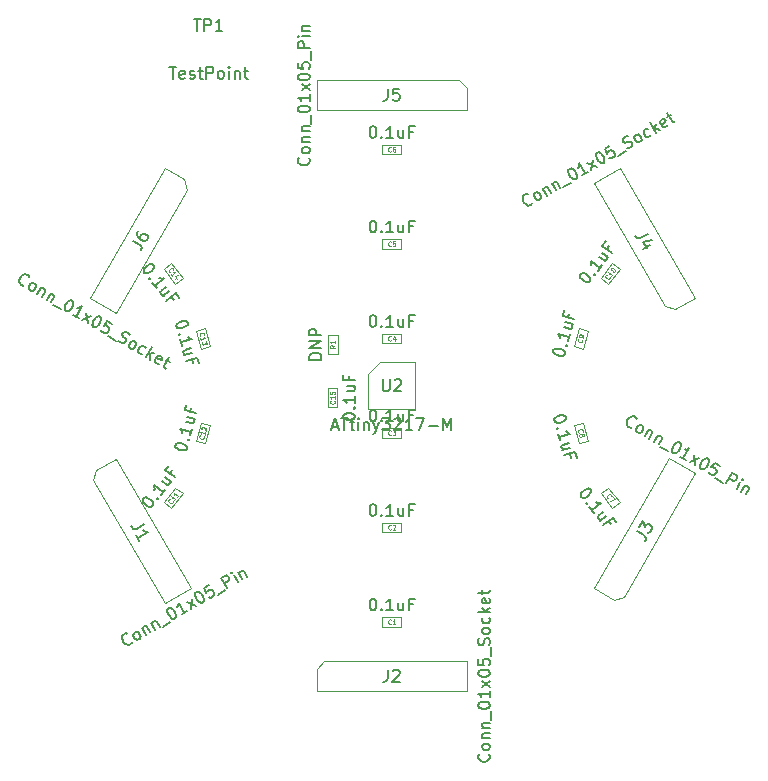
<source format=gbr>
%TF.GenerationSoftware,KiCad,Pcbnew,8.0.8*%
%TF.CreationDate,2025-02-21T18:34:30-05:00*%
%TF.ProjectId,pcb_tile_game,7063625f-7469-46c6-955f-67616d652e6b,0.1*%
%TF.SameCoordinates,Original*%
%TF.FileFunction,AssemblyDrawing,Top*%
%FSLAX46Y46*%
G04 Gerber Fmt 4.6, Leading zero omitted, Abs format (unit mm)*
G04 Created by KiCad (PCBNEW 8.0.8) date 2025-02-21 18:34:30*
%MOMM*%
%LPD*%
G01*
G04 APERTURE LIST*
%ADD10C,0.150000*%
%ADD11C,0.060000*%
%ADD12C,0.100000*%
G04 APERTURE END LIST*
D10*
X138417143Y-90024819D02*
X138512381Y-90024819D01*
X138512381Y-90024819D02*
X138607619Y-90072438D01*
X138607619Y-90072438D02*
X138655238Y-90120057D01*
X138655238Y-90120057D02*
X138702857Y-90215295D01*
X138702857Y-90215295D02*
X138750476Y-90405771D01*
X138750476Y-90405771D02*
X138750476Y-90643866D01*
X138750476Y-90643866D02*
X138702857Y-90834342D01*
X138702857Y-90834342D02*
X138655238Y-90929580D01*
X138655238Y-90929580D02*
X138607619Y-90977200D01*
X138607619Y-90977200D02*
X138512381Y-91024819D01*
X138512381Y-91024819D02*
X138417143Y-91024819D01*
X138417143Y-91024819D02*
X138321905Y-90977200D01*
X138321905Y-90977200D02*
X138274286Y-90929580D01*
X138274286Y-90929580D02*
X138226667Y-90834342D01*
X138226667Y-90834342D02*
X138179048Y-90643866D01*
X138179048Y-90643866D02*
X138179048Y-90405771D01*
X138179048Y-90405771D02*
X138226667Y-90215295D01*
X138226667Y-90215295D02*
X138274286Y-90120057D01*
X138274286Y-90120057D02*
X138321905Y-90072438D01*
X138321905Y-90072438D02*
X138417143Y-90024819D01*
X139179048Y-90929580D02*
X139226667Y-90977200D01*
X139226667Y-90977200D02*
X139179048Y-91024819D01*
X139179048Y-91024819D02*
X139131429Y-90977200D01*
X139131429Y-90977200D02*
X139179048Y-90929580D01*
X139179048Y-90929580D02*
X139179048Y-91024819D01*
X140179047Y-91024819D02*
X139607619Y-91024819D01*
X139893333Y-91024819D02*
X139893333Y-90024819D01*
X139893333Y-90024819D02*
X139798095Y-90167676D01*
X139798095Y-90167676D02*
X139702857Y-90262914D01*
X139702857Y-90262914D02*
X139607619Y-90310533D01*
X141036190Y-90358152D02*
X141036190Y-91024819D01*
X140607619Y-90358152D02*
X140607619Y-90881961D01*
X140607619Y-90881961D02*
X140655238Y-90977200D01*
X140655238Y-90977200D02*
X140750476Y-91024819D01*
X140750476Y-91024819D02*
X140893333Y-91024819D01*
X140893333Y-91024819D02*
X140988571Y-90977200D01*
X140988571Y-90977200D02*
X141036190Y-90929580D01*
X141845714Y-90501009D02*
X141512381Y-90501009D01*
X141512381Y-91024819D02*
X141512381Y-90024819D01*
X141512381Y-90024819D02*
X141988571Y-90024819D01*
D11*
X139993333Y-92143832D02*
X139974285Y-92162880D01*
X139974285Y-92162880D02*
X139917143Y-92181927D01*
X139917143Y-92181927D02*
X139879047Y-92181927D01*
X139879047Y-92181927D02*
X139821904Y-92162880D01*
X139821904Y-92162880D02*
X139783809Y-92124784D01*
X139783809Y-92124784D02*
X139764762Y-92086689D01*
X139764762Y-92086689D02*
X139745714Y-92010499D01*
X139745714Y-92010499D02*
X139745714Y-91953356D01*
X139745714Y-91953356D02*
X139764762Y-91877165D01*
X139764762Y-91877165D02*
X139783809Y-91839070D01*
X139783809Y-91839070D02*
X139821904Y-91800975D01*
X139821904Y-91800975D02*
X139879047Y-91781927D01*
X139879047Y-91781927D02*
X139917143Y-91781927D01*
X139917143Y-91781927D02*
X139974285Y-91800975D01*
X139974285Y-91800975D02*
X139993333Y-91820022D01*
X140145714Y-91820022D02*
X140164762Y-91800975D01*
X140164762Y-91800975D02*
X140202857Y-91781927D01*
X140202857Y-91781927D02*
X140298095Y-91781927D01*
X140298095Y-91781927D02*
X140336190Y-91800975D01*
X140336190Y-91800975D02*
X140355238Y-91820022D01*
X140355238Y-91820022D02*
X140374285Y-91858118D01*
X140374285Y-91858118D02*
X140374285Y-91896213D01*
X140374285Y-91896213D02*
X140355238Y-91953356D01*
X140355238Y-91953356D02*
X140126666Y-92181927D01*
X140126666Y-92181927D02*
X140374285Y-92181927D01*
D10*
X122780127Y-74642130D02*
X122804777Y-74734123D01*
X122804777Y-74734123D02*
X122783430Y-74838440D01*
X122783430Y-74838440D02*
X122749758Y-74896761D01*
X122749758Y-74896761D02*
X122670090Y-74967407D01*
X122670090Y-74967407D02*
X122498429Y-75062703D01*
X122498429Y-75062703D02*
X122268446Y-75124326D01*
X122268446Y-75124326D02*
X122072136Y-75127629D01*
X122072136Y-75127629D02*
X121967818Y-75106282D01*
X121967818Y-75106282D02*
X121909497Y-75072610D01*
X121909497Y-75072610D02*
X121838851Y-74992942D01*
X121838851Y-74992942D02*
X121814201Y-74900949D01*
X121814201Y-74900949D02*
X121835549Y-74796631D01*
X121835549Y-74796631D02*
X121869220Y-74738310D01*
X121869220Y-74738310D02*
X121948888Y-74667664D01*
X121948888Y-74667664D02*
X122120550Y-74572369D01*
X122120550Y-74572369D02*
X122350532Y-74510745D01*
X122350532Y-74510745D02*
X122546843Y-74507443D01*
X122546843Y-74507443D02*
X122651160Y-74528790D01*
X122651160Y-74528790D02*
X122709481Y-74562461D01*
X122709481Y-74562461D02*
X122780127Y-74642130D01*
X122103390Y-75612243D02*
X122069718Y-75670564D01*
X122069718Y-75670564D02*
X122011397Y-75636892D01*
X122011397Y-75636892D02*
X122045069Y-75578571D01*
X122045069Y-75578571D02*
X122103390Y-75612243D01*
X122103390Y-75612243D02*
X122011397Y-75636892D01*
X122270216Y-76602818D02*
X122122319Y-76050860D01*
X122196268Y-76326839D02*
X123162193Y-76068020D01*
X123162193Y-76068020D02*
X122999555Y-76013001D01*
X122999555Y-76013001D02*
X122882912Y-75945657D01*
X122882912Y-75945657D02*
X122812266Y-75865989D01*
X123136011Y-77258208D02*
X122492061Y-77430754D01*
X123025089Y-76844240D02*
X122519128Y-76979812D01*
X122519128Y-76979812D02*
X122439460Y-77050458D01*
X122439460Y-77050458D02*
X122418112Y-77154775D01*
X122418112Y-77154775D02*
X122455087Y-77292765D01*
X122455087Y-77292765D02*
X122525733Y-77372433D01*
X122525733Y-77372433D02*
X122584054Y-77406105D01*
X123207542Y-78077122D02*
X123121269Y-77755147D01*
X122615308Y-77890719D02*
X123581234Y-77631900D01*
X123581234Y-77631900D02*
X123704481Y-78091865D01*
D11*
X123854515Y-75788846D02*
X123831186Y-75775377D01*
X123831186Y-75775377D02*
X123797998Y-75725111D01*
X123797998Y-75725111D02*
X123788138Y-75688314D01*
X123788138Y-75688314D02*
X123791747Y-75628188D01*
X123791747Y-75628188D02*
X123818685Y-75581531D01*
X123818685Y-75581531D02*
X123850552Y-75553273D01*
X123850552Y-75553273D02*
X123919216Y-75515155D01*
X123919216Y-75515155D02*
X123974412Y-75500365D01*
X123974412Y-75500365D02*
X124052936Y-75499044D01*
X124052936Y-75499044D02*
X124094663Y-75507583D01*
X124094663Y-75507583D02*
X124141320Y-75534520D01*
X124141320Y-75534520D02*
X124174509Y-75584786D01*
X124174509Y-75584786D02*
X124184368Y-75621583D01*
X124184368Y-75621583D02*
X124180759Y-75681709D01*
X124180759Y-75681709D02*
X124167291Y-75705037D01*
X123916315Y-76166677D02*
X123857157Y-75945894D01*
X123886736Y-76056285D02*
X124273106Y-75952758D01*
X124273106Y-75952758D02*
X124208051Y-75930750D01*
X124208051Y-75930750D02*
X124161394Y-75903813D01*
X124161394Y-75903813D02*
X124133135Y-75871946D01*
X124337195Y-76191939D02*
X124401283Y-76431121D01*
X124401283Y-76431121D02*
X124219585Y-76341770D01*
X124219585Y-76341770D02*
X124234375Y-76396966D01*
X124234375Y-76396966D02*
X124225836Y-76438693D01*
X124225836Y-76438693D02*
X124212367Y-76462021D01*
X124212367Y-76462021D02*
X124180500Y-76490279D01*
X124180500Y-76490279D02*
X124088507Y-76514929D01*
X124088507Y-76514929D02*
X124046780Y-76506390D01*
X124046780Y-76506390D02*
X124023452Y-76492921D01*
X124023452Y-76492921D02*
X123995193Y-76461054D01*
X123995193Y-76461054D02*
X123965614Y-76350663D01*
X123965614Y-76350663D02*
X123974153Y-76308935D01*
X123974153Y-76308935D02*
X123987622Y-76285607D01*
D10*
X138417143Y-82024819D02*
X138512381Y-82024819D01*
X138512381Y-82024819D02*
X138607619Y-82072438D01*
X138607619Y-82072438D02*
X138655238Y-82120057D01*
X138655238Y-82120057D02*
X138702857Y-82215295D01*
X138702857Y-82215295D02*
X138750476Y-82405771D01*
X138750476Y-82405771D02*
X138750476Y-82643866D01*
X138750476Y-82643866D02*
X138702857Y-82834342D01*
X138702857Y-82834342D02*
X138655238Y-82929580D01*
X138655238Y-82929580D02*
X138607619Y-82977200D01*
X138607619Y-82977200D02*
X138512381Y-83024819D01*
X138512381Y-83024819D02*
X138417143Y-83024819D01*
X138417143Y-83024819D02*
X138321905Y-82977200D01*
X138321905Y-82977200D02*
X138274286Y-82929580D01*
X138274286Y-82929580D02*
X138226667Y-82834342D01*
X138226667Y-82834342D02*
X138179048Y-82643866D01*
X138179048Y-82643866D02*
X138179048Y-82405771D01*
X138179048Y-82405771D02*
X138226667Y-82215295D01*
X138226667Y-82215295D02*
X138274286Y-82120057D01*
X138274286Y-82120057D02*
X138321905Y-82072438D01*
X138321905Y-82072438D02*
X138417143Y-82024819D01*
X139179048Y-82929580D02*
X139226667Y-82977200D01*
X139226667Y-82977200D02*
X139179048Y-83024819D01*
X139179048Y-83024819D02*
X139131429Y-82977200D01*
X139131429Y-82977200D02*
X139179048Y-82929580D01*
X139179048Y-82929580D02*
X139179048Y-83024819D01*
X140179047Y-83024819D02*
X139607619Y-83024819D01*
X139893333Y-83024819D02*
X139893333Y-82024819D01*
X139893333Y-82024819D02*
X139798095Y-82167676D01*
X139798095Y-82167676D02*
X139702857Y-82262914D01*
X139702857Y-82262914D02*
X139607619Y-82310533D01*
X141036190Y-82358152D02*
X141036190Y-83024819D01*
X140607619Y-82358152D02*
X140607619Y-82881961D01*
X140607619Y-82881961D02*
X140655238Y-82977200D01*
X140655238Y-82977200D02*
X140750476Y-83024819D01*
X140750476Y-83024819D02*
X140893333Y-83024819D01*
X140893333Y-83024819D02*
X140988571Y-82977200D01*
X140988571Y-82977200D02*
X141036190Y-82929580D01*
X141845714Y-82501009D02*
X141512381Y-82501009D01*
X141512381Y-83024819D02*
X141512381Y-82024819D01*
X141512381Y-82024819D02*
X141988571Y-82024819D01*
D11*
X139993333Y-84143832D02*
X139974285Y-84162880D01*
X139974285Y-84162880D02*
X139917143Y-84181927D01*
X139917143Y-84181927D02*
X139879047Y-84181927D01*
X139879047Y-84181927D02*
X139821904Y-84162880D01*
X139821904Y-84162880D02*
X139783809Y-84124784D01*
X139783809Y-84124784D02*
X139764762Y-84086689D01*
X139764762Y-84086689D02*
X139745714Y-84010499D01*
X139745714Y-84010499D02*
X139745714Y-83953356D01*
X139745714Y-83953356D02*
X139764762Y-83877165D01*
X139764762Y-83877165D02*
X139783809Y-83839070D01*
X139783809Y-83839070D02*
X139821904Y-83800975D01*
X139821904Y-83800975D02*
X139879047Y-83781927D01*
X139879047Y-83781927D02*
X139917143Y-83781927D01*
X139917143Y-83781927D02*
X139974285Y-83800975D01*
X139974285Y-83800975D02*
X139993333Y-83820022D01*
X140126666Y-83781927D02*
X140374285Y-83781927D01*
X140374285Y-83781927D02*
X140240952Y-83934308D01*
X140240952Y-83934308D02*
X140298095Y-83934308D01*
X140298095Y-83934308D02*
X140336190Y-83953356D01*
X140336190Y-83953356D02*
X140355238Y-83972403D01*
X140355238Y-83972403D02*
X140374285Y-84010499D01*
X140374285Y-84010499D02*
X140374285Y-84105737D01*
X140374285Y-84105737D02*
X140355238Y-84143832D01*
X140355238Y-84143832D02*
X140336190Y-84162880D01*
X140336190Y-84162880D02*
X140298095Y-84181927D01*
X140298095Y-84181927D02*
X140183809Y-84181927D01*
X140183809Y-84181927D02*
X140145714Y-84162880D01*
X140145714Y-84162880D02*
X140126666Y-84143832D01*
D10*
X148269580Y-111195239D02*
X148317200Y-111242858D01*
X148317200Y-111242858D02*
X148364819Y-111385715D01*
X148364819Y-111385715D02*
X148364819Y-111480953D01*
X148364819Y-111480953D02*
X148317200Y-111623810D01*
X148317200Y-111623810D02*
X148221961Y-111719048D01*
X148221961Y-111719048D02*
X148126723Y-111766667D01*
X148126723Y-111766667D02*
X147936247Y-111814286D01*
X147936247Y-111814286D02*
X147793390Y-111814286D01*
X147793390Y-111814286D02*
X147602914Y-111766667D01*
X147602914Y-111766667D02*
X147507676Y-111719048D01*
X147507676Y-111719048D02*
X147412438Y-111623810D01*
X147412438Y-111623810D02*
X147364819Y-111480953D01*
X147364819Y-111480953D02*
X147364819Y-111385715D01*
X147364819Y-111385715D02*
X147412438Y-111242858D01*
X147412438Y-111242858D02*
X147460057Y-111195239D01*
X148364819Y-110623810D02*
X148317200Y-110719048D01*
X148317200Y-110719048D02*
X148269580Y-110766667D01*
X148269580Y-110766667D02*
X148174342Y-110814286D01*
X148174342Y-110814286D02*
X147888628Y-110814286D01*
X147888628Y-110814286D02*
X147793390Y-110766667D01*
X147793390Y-110766667D02*
X147745771Y-110719048D01*
X147745771Y-110719048D02*
X147698152Y-110623810D01*
X147698152Y-110623810D02*
X147698152Y-110480953D01*
X147698152Y-110480953D02*
X147745771Y-110385715D01*
X147745771Y-110385715D02*
X147793390Y-110338096D01*
X147793390Y-110338096D02*
X147888628Y-110290477D01*
X147888628Y-110290477D02*
X148174342Y-110290477D01*
X148174342Y-110290477D02*
X148269580Y-110338096D01*
X148269580Y-110338096D02*
X148317200Y-110385715D01*
X148317200Y-110385715D02*
X148364819Y-110480953D01*
X148364819Y-110480953D02*
X148364819Y-110623810D01*
X147698152Y-109861905D02*
X148364819Y-109861905D01*
X147793390Y-109861905D02*
X147745771Y-109814286D01*
X147745771Y-109814286D02*
X147698152Y-109719048D01*
X147698152Y-109719048D02*
X147698152Y-109576191D01*
X147698152Y-109576191D02*
X147745771Y-109480953D01*
X147745771Y-109480953D02*
X147841009Y-109433334D01*
X147841009Y-109433334D02*
X148364819Y-109433334D01*
X147698152Y-108957143D02*
X148364819Y-108957143D01*
X147793390Y-108957143D02*
X147745771Y-108909524D01*
X147745771Y-108909524D02*
X147698152Y-108814286D01*
X147698152Y-108814286D02*
X147698152Y-108671429D01*
X147698152Y-108671429D02*
X147745771Y-108576191D01*
X147745771Y-108576191D02*
X147841009Y-108528572D01*
X147841009Y-108528572D02*
X148364819Y-108528572D01*
X148460057Y-108290477D02*
X148460057Y-107528572D01*
X147364819Y-107100000D02*
X147364819Y-107004762D01*
X147364819Y-107004762D02*
X147412438Y-106909524D01*
X147412438Y-106909524D02*
X147460057Y-106861905D01*
X147460057Y-106861905D02*
X147555295Y-106814286D01*
X147555295Y-106814286D02*
X147745771Y-106766667D01*
X147745771Y-106766667D02*
X147983866Y-106766667D01*
X147983866Y-106766667D02*
X148174342Y-106814286D01*
X148174342Y-106814286D02*
X148269580Y-106861905D01*
X148269580Y-106861905D02*
X148317200Y-106909524D01*
X148317200Y-106909524D02*
X148364819Y-107004762D01*
X148364819Y-107004762D02*
X148364819Y-107100000D01*
X148364819Y-107100000D02*
X148317200Y-107195238D01*
X148317200Y-107195238D02*
X148269580Y-107242857D01*
X148269580Y-107242857D02*
X148174342Y-107290476D01*
X148174342Y-107290476D02*
X147983866Y-107338095D01*
X147983866Y-107338095D02*
X147745771Y-107338095D01*
X147745771Y-107338095D02*
X147555295Y-107290476D01*
X147555295Y-107290476D02*
X147460057Y-107242857D01*
X147460057Y-107242857D02*
X147412438Y-107195238D01*
X147412438Y-107195238D02*
X147364819Y-107100000D01*
X148364819Y-105814286D02*
X148364819Y-106385714D01*
X148364819Y-106100000D02*
X147364819Y-106100000D01*
X147364819Y-106100000D02*
X147507676Y-106195238D01*
X147507676Y-106195238D02*
X147602914Y-106290476D01*
X147602914Y-106290476D02*
X147650533Y-106385714D01*
X148364819Y-105480952D02*
X147698152Y-104957143D01*
X147698152Y-105480952D02*
X148364819Y-104957143D01*
X147364819Y-104385714D02*
X147364819Y-104290476D01*
X147364819Y-104290476D02*
X147412438Y-104195238D01*
X147412438Y-104195238D02*
X147460057Y-104147619D01*
X147460057Y-104147619D02*
X147555295Y-104100000D01*
X147555295Y-104100000D02*
X147745771Y-104052381D01*
X147745771Y-104052381D02*
X147983866Y-104052381D01*
X147983866Y-104052381D02*
X148174342Y-104100000D01*
X148174342Y-104100000D02*
X148269580Y-104147619D01*
X148269580Y-104147619D02*
X148317200Y-104195238D01*
X148317200Y-104195238D02*
X148364819Y-104290476D01*
X148364819Y-104290476D02*
X148364819Y-104385714D01*
X148364819Y-104385714D02*
X148317200Y-104480952D01*
X148317200Y-104480952D02*
X148269580Y-104528571D01*
X148269580Y-104528571D02*
X148174342Y-104576190D01*
X148174342Y-104576190D02*
X147983866Y-104623809D01*
X147983866Y-104623809D02*
X147745771Y-104623809D01*
X147745771Y-104623809D02*
X147555295Y-104576190D01*
X147555295Y-104576190D02*
X147460057Y-104528571D01*
X147460057Y-104528571D02*
X147412438Y-104480952D01*
X147412438Y-104480952D02*
X147364819Y-104385714D01*
X147364819Y-103147619D02*
X147364819Y-103623809D01*
X147364819Y-103623809D02*
X147841009Y-103671428D01*
X147841009Y-103671428D02*
X147793390Y-103623809D01*
X147793390Y-103623809D02*
X147745771Y-103528571D01*
X147745771Y-103528571D02*
X147745771Y-103290476D01*
X147745771Y-103290476D02*
X147793390Y-103195238D01*
X147793390Y-103195238D02*
X147841009Y-103147619D01*
X147841009Y-103147619D02*
X147936247Y-103100000D01*
X147936247Y-103100000D02*
X148174342Y-103100000D01*
X148174342Y-103100000D02*
X148269580Y-103147619D01*
X148269580Y-103147619D02*
X148317200Y-103195238D01*
X148317200Y-103195238D02*
X148364819Y-103290476D01*
X148364819Y-103290476D02*
X148364819Y-103528571D01*
X148364819Y-103528571D02*
X148317200Y-103623809D01*
X148317200Y-103623809D02*
X148269580Y-103671428D01*
X148460057Y-102909524D02*
X148460057Y-102147619D01*
X148317200Y-101957142D02*
X148364819Y-101814285D01*
X148364819Y-101814285D02*
X148364819Y-101576190D01*
X148364819Y-101576190D02*
X148317200Y-101480952D01*
X148317200Y-101480952D02*
X148269580Y-101433333D01*
X148269580Y-101433333D02*
X148174342Y-101385714D01*
X148174342Y-101385714D02*
X148079104Y-101385714D01*
X148079104Y-101385714D02*
X147983866Y-101433333D01*
X147983866Y-101433333D02*
X147936247Y-101480952D01*
X147936247Y-101480952D02*
X147888628Y-101576190D01*
X147888628Y-101576190D02*
X147841009Y-101766666D01*
X147841009Y-101766666D02*
X147793390Y-101861904D01*
X147793390Y-101861904D02*
X147745771Y-101909523D01*
X147745771Y-101909523D02*
X147650533Y-101957142D01*
X147650533Y-101957142D02*
X147555295Y-101957142D01*
X147555295Y-101957142D02*
X147460057Y-101909523D01*
X147460057Y-101909523D02*
X147412438Y-101861904D01*
X147412438Y-101861904D02*
X147364819Y-101766666D01*
X147364819Y-101766666D02*
X147364819Y-101528571D01*
X147364819Y-101528571D02*
X147412438Y-101385714D01*
X148364819Y-100814285D02*
X148317200Y-100909523D01*
X148317200Y-100909523D02*
X148269580Y-100957142D01*
X148269580Y-100957142D02*
X148174342Y-101004761D01*
X148174342Y-101004761D02*
X147888628Y-101004761D01*
X147888628Y-101004761D02*
X147793390Y-100957142D01*
X147793390Y-100957142D02*
X147745771Y-100909523D01*
X147745771Y-100909523D02*
X147698152Y-100814285D01*
X147698152Y-100814285D02*
X147698152Y-100671428D01*
X147698152Y-100671428D02*
X147745771Y-100576190D01*
X147745771Y-100576190D02*
X147793390Y-100528571D01*
X147793390Y-100528571D02*
X147888628Y-100480952D01*
X147888628Y-100480952D02*
X148174342Y-100480952D01*
X148174342Y-100480952D02*
X148269580Y-100528571D01*
X148269580Y-100528571D02*
X148317200Y-100576190D01*
X148317200Y-100576190D02*
X148364819Y-100671428D01*
X148364819Y-100671428D02*
X148364819Y-100814285D01*
X148317200Y-99623809D02*
X148364819Y-99719047D01*
X148364819Y-99719047D02*
X148364819Y-99909523D01*
X148364819Y-99909523D02*
X148317200Y-100004761D01*
X148317200Y-100004761D02*
X148269580Y-100052380D01*
X148269580Y-100052380D02*
X148174342Y-100099999D01*
X148174342Y-100099999D02*
X147888628Y-100099999D01*
X147888628Y-100099999D02*
X147793390Y-100052380D01*
X147793390Y-100052380D02*
X147745771Y-100004761D01*
X147745771Y-100004761D02*
X147698152Y-99909523D01*
X147698152Y-99909523D02*
X147698152Y-99719047D01*
X147698152Y-99719047D02*
X147745771Y-99623809D01*
X148364819Y-99195237D02*
X147364819Y-99195237D01*
X147983866Y-99099999D02*
X148364819Y-98814285D01*
X147698152Y-98814285D02*
X148079104Y-99195237D01*
X148317200Y-98004761D02*
X148364819Y-98099999D01*
X148364819Y-98099999D02*
X148364819Y-98290475D01*
X148364819Y-98290475D02*
X148317200Y-98385713D01*
X148317200Y-98385713D02*
X148221961Y-98433332D01*
X148221961Y-98433332D02*
X147841009Y-98433332D01*
X147841009Y-98433332D02*
X147745771Y-98385713D01*
X147745771Y-98385713D02*
X147698152Y-98290475D01*
X147698152Y-98290475D02*
X147698152Y-98099999D01*
X147698152Y-98099999D02*
X147745771Y-98004761D01*
X147745771Y-98004761D02*
X147841009Y-97957142D01*
X147841009Y-97957142D02*
X147936247Y-97957142D01*
X147936247Y-97957142D02*
X148031485Y-98433332D01*
X147698152Y-97671427D02*
X147698152Y-97290475D01*
X147364819Y-97528570D02*
X148221961Y-97528570D01*
X148221961Y-97528570D02*
X148317200Y-97480951D01*
X148317200Y-97480951D02*
X148364819Y-97385713D01*
X148364819Y-97385713D02*
X148364819Y-97290475D01*
X139726666Y-104054819D02*
X139726666Y-104769104D01*
X139726666Y-104769104D02*
X139679047Y-104911961D01*
X139679047Y-104911961D02*
X139583809Y-105007200D01*
X139583809Y-105007200D02*
X139440952Y-105054819D01*
X139440952Y-105054819D02*
X139345714Y-105054819D01*
X140155238Y-104150057D02*
X140202857Y-104102438D01*
X140202857Y-104102438D02*
X140298095Y-104054819D01*
X140298095Y-104054819D02*
X140536190Y-104054819D01*
X140536190Y-104054819D02*
X140631428Y-104102438D01*
X140631428Y-104102438D02*
X140679047Y-104150057D01*
X140679047Y-104150057D02*
X140726666Y-104245295D01*
X140726666Y-104245295D02*
X140726666Y-104340533D01*
X140726666Y-104340533D02*
X140679047Y-104483390D01*
X140679047Y-104483390D02*
X140107619Y-105054819D01*
X140107619Y-105054819D02*
X140726666Y-105054819D01*
X134084819Y-77785713D02*
X133084819Y-77785713D01*
X133084819Y-77785713D02*
X133084819Y-77547618D01*
X133084819Y-77547618D02*
X133132438Y-77404761D01*
X133132438Y-77404761D02*
X133227676Y-77309523D01*
X133227676Y-77309523D02*
X133322914Y-77261904D01*
X133322914Y-77261904D02*
X133513390Y-77214285D01*
X133513390Y-77214285D02*
X133656247Y-77214285D01*
X133656247Y-77214285D02*
X133846723Y-77261904D01*
X133846723Y-77261904D02*
X133941961Y-77309523D01*
X133941961Y-77309523D02*
X134037200Y-77404761D01*
X134037200Y-77404761D02*
X134084819Y-77547618D01*
X134084819Y-77547618D02*
X134084819Y-77785713D01*
X134084819Y-76785713D02*
X133084819Y-76785713D01*
X133084819Y-76785713D02*
X134084819Y-76214285D01*
X134084819Y-76214285D02*
X133084819Y-76214285D01*
X134084819Y-75738094D02*
X133084819Y-75738094D01*
X133084819Y-75738094D02*
X133084819Y-75357142D01*
X133084819Y-75357142D02*
X133132438Y-75261904D01*
X133132438Y-75261904D02*
X133180057Y-75214285D01*
X133180057Y-75214285D02*
X133275295Y-75166666D01*
X133275295Y-75166666D02*
X133418152Y-75166666D01*
X133418152Y-75166666D02*
X133513390Y-75214285D01*
X133513390Y-75214285D02*
X133561009Y-75261904D01*
X133561009Y-75261904D02*
X133608628Y-75357142D01*
X133608628Y-75357142D02*
X133608628Y-75738094D01*
D11*
X135241927Y-76566666D02*
X135051451Y-76699999D01*
X135241927Y-76795237D02*
X134841927Y-76795237D01*
X134841927Y-76795237D02*
X134841927Y-76642856D01*
X134841927Y-76642856D02*
X134860975Y-76604761D01*
X134860975Y-76604761D02*
X134880022Y-76585714D01*
X134880022Y-76585714D02*
X134918118Y-76566666D01*
X134918118Y-76566666D02*
X134975260Y-76566666D01*
X134975260Y-76566666D02*
X135013356Y-76585714D01*
X135013356Y-76585714D02*
X135032403Y-76604761D01*
X135032403Y-76604761D02*
X135051451Y-76642856D01*
X135051451Y-76642856D02*
X135051451Y-76795237D01*
X135241927Y-76185714D02*
X135241927Y-76414285D01*
X135241927Y-76299999D02*
X134841927Y-76299999D01*
X134841927Y-76299999D02*
X134899070Y-76338095D01*
X134899070Y-76338095D02*
X134937165Y-76376190D01*
X134937165Y-76376190D02*
X134956213Y-76414285D01*
D10*
X155992093Y-70578545D02*
X156050727Y-70503497D01*
X156050727Y-70503497D02*
X156146886Y-70457765D01*
X156146886Y-70457765D02*
X156213727Y-70449558D01*
X156213727Y-70449558D02*
X156318093Y-70470668D01*
X156318093Y-70470668D02*
X156497508Y-70550413D01*
X156497508Y-70550413D02*
X156685129Y-70696999D01*
X156685129Y-70696999D02*
X156805909Y-70851792D01*
X156805909Y-70851792D02*
X156851641Y-70947951D01*
X156851641Y-70947951D02*
X156859848Y-71014792D01*
X156859848Y-71014792D02*
X156838738Y-71119158D01*
X156838738Y-71119158D02*
X156780103Y-71194207D01*
X156780103Y-71194207D02*
X156683945Y-71239938D01*
X156683945Y-71239938D02*
X156617103Y-71248145D01*
X156617103Y-71248145D02*
X156512737Y-71227035D01*
X156512737Y-71227035D02*
X156333323Y-71147291D01*
X156333323Y-71147291D02*
X156145701Y-71000705D01*
X156145701Y-71000705D02*
X156024921Y-70845911D01*
X156024921Y-70845911D02*
X155979190Y-70749753D01*
X155979190Y-70749753D02*
X155970982Y-70682911D01*
X155970982Y-70682911D02*
X155992093Y-70578545D01*
X157174130Y-70535183D02*
X157240972Y-70526976D01*
X157240972Y-70526976D02*
X157249179Y-70593818D01*
X157249179Y-70593818D02*
X157182337Y-70602025D01*
X157182337Y-70602025D02*
X157174130Y-70535183D01*
X157174130Y-70535183D02*
X157249179Y-70593818D01*
X157864840Y-69805807D02*
X157513033Y-70256099D01*
X157688937Y-70030953D02*
X156900926Y-69415292D01*
X156900926Y-69415292D02*
X156954864Y-69578292D01*
X156954864Y-69578292D02*
X156971279Y-69711975D01*
X156971279Y-69711975D02*
X156950169Y-69816341D01*
X157867209Y-68719928D02*
X158392550Y-69130369D01*
X157603354Y-69057647D02*
X158016122Y-69380137D01*
X158016122Y-69380137D02*
X158120488Y-69401247D01*
X158120488Y-69401247D02*
X158216647Y-69355515D01*
X158216647Y-69355515D02*
X158304598Y-69242942D01*
X158304598Y-69242942D02*
X158325708Y-69138576D01*
X158325708Y-69138576D02*
X158317501Y-69071735D01*
X158478175Y-68169966D02*
X158272954Y-68432637D01*
X158685722Y-68755126D02*
X157897711Y-68139465D01*
X157897711Y-68139465D02*
X158190883Y-67764221D01*
D11*
X158515028Y-70791183D02*
X158518311Y-70817919D01*
X158518311Y-70817919D02*
X158498140Y-70874675D01*
X158498140Y-70874675D02*
X158474686Y-70904695D01*
X158474686Y-70904695D02*
X158424496Y-70937997D01*
X158424496Y-70937997D02*
X158371023Y-70944563D01*
X158371023Y-70944563D02*
X158329276Y-70936119D01*
X158329276Y-70936119D02*
X158257511Y-70904221D01*
X158257511Y-70904221D02*
X158212481Y-70869040D01*
X158212481Y-70869040D02*
X158164169Y-70807123D01*
X158164169Y-70807123D02*
X158145877Y-70768659D01*
X158145877Y-70768659D02*
X158139311Y-70715186D01*
X158139311Y-70715186D02*
X158159482Y-70658430D01*
X158159482Y-70658430D02*
X158182936Y-70628411D01*
X158182936Y-70628411D02*
X158233126Y-70595108D01*
X158233126Y-70595108D02*
X158259863Y-70591826D01*
X158779585Y-70514442D02*
X158638863Y-70694559D01*
X158709224Y-70604500D02*
X158394020Y-70358236D01*
X158394020Y-70358236D02*
X158415595Y-70423436D01*
X158415595Y-70423436D02*
X158422161Y-70476909D01*
X158422161Y-70476909D02*
X158413717Y-70518655D01*
X158616830Y-70073051D02*
X158640284Y-70043032D01*
X158640284Y-70043032D02*
X158678748Y-70024739D01*
X158678748Y-70024739D02*
X158705484Y-70021456D01*
X158705484Y-70021456D02*
X158747231Y-70029900D01*
X158747231Y-70029900D02*
X158818996Y-70061798D01*
X158818996Y-70061798D02*
X158894045Y-70120432D01*
X158894045Y-70120432D02*
X158942357Y-70182350D01*
X158942357Y-70182350D02*
X158960650Y-70220813D01*
X158960650Y-70220813D02*
X158963932Y-70247550D01*
X158963932Y-70247550D02*
X158955488Y-70289296D01*
X158955488Y-70289296D02*
X158932035Y-70319316D01*
X158932035Y-70319316D02*
X158893571Y-70337608D01*
X158893571Y-70337608D02*
X158866835Y-70340891D01*
X158866835Y-70340891D02*
X158825088Y-70332447D01*
X158825088Y-70332447D02*
X158753322Y-70300549D01*
X158753322Y-70300549D02*
X158678274Y-70241915D01*
X158678274Y-70241915D02*
X158629962Y-70179997D01*
X158629962Y-70179997D02*
X158611669Y-70141534D01*
X158611669Y-70141534D02*
X158608386Y-70114797D01*
X158608386Y-70114797D02*
X158616830Y-70073051D01*
D10*
X135944819Y-82642856D02*
X135944819Y-82547618D01*
X135944819Y-82547618D02*
X135992438Y-82452380D01*
X135992438Y-82452380D02*
X136040057Y-82404761D01*
X136040057Y-82404761D02*
X136135295Y-82357142D01*
X136135295Y-82357142D02*
X136325771Y-82309523D01*
X136325771Y-82309523D02*
X136563866Y-82309523D01*
X136563866Y-82309523D02*
X136754342Y-82357142D01*
X136754342Y-82357142D02*
X136849580Y-82404761D01*
X136849580Y-82404761D02*
X136897200Y-82452380D01*
X136897200Y-82452380D02*
X136944819Y-82547618D01*
X136944819Y-82547618D02*
X136944819Y-82642856D01*
X136944819Y-82642856D02*
X136897200Y-82738094D01*
X136897200Y-82738094D02*
X136849580Y-82785713D01*
X136849580Y-82785713D02*
X136754342Y-82833332D01*
X136754342Y-82833332D02*
X136563866Y-82880951D01*
X136563866Y-82880951D02*
X136325771Y-82880951D01*
X136325771Y-82880951D02*
X136135295Y-82833332D01*
X136135295Y-82833332D02*
X136040057Y-82785713D01*
X136040057Y-82785713D02*
X135992438Y-82738094D01*
X135992438Y-82738094D02*
X135944819Y-82642856D01*
X136849580Y-81880951D02*
X136897200Y-81833332D01*
X136897200Y-81833332D02*
X136944819Y-81880951D01*
X136944819Y-81880951D02*
X136897200Y-81928570D01*
X136897200Y-81928570D02*
X136849580Y-81880951D01*
X136849580Y-81880951D02*
X136944819Y-81880951D01*
X136944819Y-80880952D02*
X136944819Y-81452380D01*
X136944819Y-81166666D02*
X135944819Y-81166666D01*
X135944819Y-81166666D02*
X136087676Y-81261904D01*
X136087676Y-81261904D02*
X136182914Y-81357142D01*
X136182914Y-81357142D02*
X136230533Y-81452380D01*
X136278152Y-80023809D02*
X136944819Y-80023809D01*
X136278152Y-80452380D02*
X136801961Y-80452380D01*
X136801961Y-80452380D02*
X136897200Y-80404761D01*
X136897200Y-80404761D02*
X136944819Y-80309523D01*
X136944819Y-80309523D02*
X136944819Y-80166666D01*
X136944819Y-80166666D02*
X136897200Y-80071428D01*
X136897200Y-80071428D02*
X136849580Y-80023809D01*
X136421009Y-79214285D02*
X136421009Y-79547618D01*
X136944819Y-79547618D02*
X135944819Y-79547618D01*
X135944819Y-79547618D02*
X135944819Y-79071428D01*
D11*
X135203832Y-81257142D02*
X135222880Y-81276190D01*
X135222880Y-81276190D02*
X135241927Y-81333332D01*
X135241927Y-81333332D02*
X135241927Y-81371428D01*
X135241927Y-81371428D02*
X135222880Y-81428571D01*
X135222880Y-81428571D02*
X135184784Y-81466666D01*
X135184784Y-81466666D02*
X135146689Y-81485713D01*
X135146689Y-81485713D02*
X135070499Y-81504761D01*
X135070499Y-81504761D02*
X135013356Y-81504761D01*
X135013356Y-81504761D02*
X134937165Y-81485713D01*
X134937165Y-81485713D02*
X134899070Y-81466666D01*
X134899070Y-81466666D02*
X134860975Y-81428571D01*
X134860975Y-81428571D02*
X134841927Y-81371428D01*
X134841927Y-81371428D02*
X134841927Y-81333332D01*
X134841927Y-81333332D02*
X134860975Y-81276190D01*
X134860975Y-81276190D02*
X134880022Y-81257142D01*
X135241927Y-80876190D02*
X135241927Y-81104761D01*
X135241927Y-80990475D02*
X134841927Y-80990475D01*
X134841927Y-80990475D02*
X134899070Y-81028571D01*
X134899070Y-81028571D02*
X134937165Y-81066666D01*
X134937165Y-81066666D02*
X134956213Y-81104761D01*
X134841927Y-80514285D02*
X134841927Y-80704761D01*
X134841927Y-80704761D02*
X135032403Y-80723809D01*
X135032403Y-80723809D02*
X135013356Y-80704761D01*
X135013356Y-80704761D02*
X134994308Y-80666666D01*
X134994308Y-80666666D02*
X134994308Y-80571428D01*
X134994308Y-80571428D02*
X135013356Y-80533333D01*
X135013356Y-80533333D02*
X135032403Y-80514285D01*
X135032403Y-80514285D02*
X135070499Y-80495238D01*
X135070499Y-80495238D02*
X135165737Y-80495238D01*
X135165737Y-80495238D02*
X135203832Y-80514285D01*
X135203832Y-80514285D02*
X135222880Y-80533333D01*
X135222880Y-80533333D02*
X135241927Y-80571428D01*
X135241927Y-80571428D02*
X135241927Y-80666666D01*
X135241927Y-80666666D02*
X135222880Y-80704761D01*
X135222880Y-80704761D02*
X135203832Y-80723809D01*
D10*
X138417143Y-66024819D02*
X138512381Y-66024819D01*
X138512381Y-66024819D02*
X138607619Y-66072438D01*
X138607619Y-66072438D02*
X138655238Y-66120057D01*
X138655238Y-66120057D02*
X138702857Y-66215295D01*
X138702857Y-66215295D02*
X138750476Y-66405771D01*
X138750476Y-66405771D02*
X138750476Y-66643866D01*
X138750476Y-66643866D02*
X138702857Y-66834342D01*
X138702857Y-66834342D02*
X138655238Y-66929580D01*
X138655238Y-66929580D02*
X138607619Y-66977200D01*
X138607619Y-66977200D02*
X138512381Y-67024819D01*
X138512381Y-67024819D02*
X138417143Y-67024819D01*
X138417143Y-67024819D02*
X138321905Y-66977200D01*
X138321905Y-66977200D02*
X138274286Y-66929580D01*
X138274286Y-66929580D02*
X138226667Y-66834342D01*
X138226667Y-66834342D02*
X138179048Y-66643866D01*
X138179048Y-66643866D02*
X138179048Y-66405771D01*
X138179048Y-66405771D02*
X138226667Y-66215295D01*
X138226667Y-66215295D02*
X138274286Y-66120057D01*
X138274286Y-66120057D02*
X138321905Y-66072438D01*
X138321905Y-66072438D02*
X138417143Y-66024819D01*
X139179048Y-66929580D02*
X139226667Y-66977200D01*
X139226667Y-66977200D02*
X139179048Y-67024819D01*
X139179048Y-67024819D02*
X139131429Y-66977200D01*
X139131429Y-66977200D02*
X139179048Y-66929580D01*
X139179048Y-66929580D02*
X139179048Y-67024819D01*
X140179047Y-67024819D02*
X139607619Y-67024819D01*
X139893333Y-67024819D02*
X139893333Y-66024819D01*
X139893333Y-66024819D02*
X139798095Y-66167676D01*
X139798095Y-66167676D02*
X139702857Y-66262914D01*
X139702857Y-66262914D02*
X139607619Y-66310533D01*
X141036190Y-66358152D02*
X141036190Y-67024819D01*
X140607619Y-66358152D02*
X140607619Y-66881961D01*
X140607619Y-66881961D02*
X140655238Y-66977200D01*
X140655238Y-66977200D02*
X140750476Y-67024819D01*
X140750476Y-67024819D02*
X140893333Y-67024819D01*
X140893333Y-67024819D02*
X140988571Y-66977200D01*
X140988571Y-66977200D02*
X141036190Y-66929580D01*
X141845714Y-66501009D02*
X141512381Y-66501009D01*
X141512381Y-67024819D02*
X141512381Y-66024819D01*
X141512381Y-66024819D02*
X141988571Y-66024819D01*
D11*
X139993333Y-68143832D02*
X139974285Y-68162880D01*
X139974285Y-68162880D02*
X139917143Y-68181927D01*
X139917143Y-68181927D02*
X139879047Y-68181927D01*
X139879047Y-68181927D02*
X139821904Y-68162880D01*
X139821904Y-68162880D02*
X139783809Y-68124784D01*
X139783809Y-68124784D02*
X139764762Y-68086689D01*
X139764762Y-68086689D02*
X139745714Y-68010499D01*
X139745714Y-68010499D02*
X139745714Y-67953356D01*
X139745714Y-67953356D02*
X139764762Y-67877165D01*
X139764762Y-67877165D02*
X139783809Y-67839070D01*
X139783809Y-67839070D02*
X139821904Y-67800975D01*
X139821904Y-67800975D02*
X139879047Y-67781927D01*
X139879047Y-67781927D02*
X139917143Y-67781927D01*
X139917143Y-67781927D02*
X139974285Y-67800975D01*
X139974285Y-67800975D02*
X139993333Y-67820022D01*
X140355238Y-67781927D02*
X140164762Y-67781927D01*
X140164762Y-67781927D02*
X140145714Y-67972403D01*
X140145714Y-67972403D02*
X140164762Y-67953356D01*
X140164762Y-67953356D02*
X140202857Y-67934308D01*
X140202857Y-67934308D02*
X140298095Y-67934308D01*
X140298095Y-67934308D02*
X140336190Y-67953356D01*
X140336190Y-67953356D02*
X140355238Y-67972403D01*
X140355238Y-67972403D02*
X140374285Y-68010499D01*
X140374285Y-68010499D02*
X140374285Y-68105737D01*
X140374285Y-68105737D02*
X140355238Y-68143832D01*
X140355238Y-68143832D02*
X140336190Y-68162880D01*
X140336190Y-68162880D02*
X140298095Y-68181927D01*
X140298095Y-68181927D02*
X140202857Y-68181927D01*
X140202857Y-68181927D02*
X140164762Y-68162880D01*
X140164762Y-68162880D02*
X140145714Y-68143832D01*
D10*
X154780127Y-82642130D02*
X154804777Y-82734123D01*
X154804777Y-82734123D02*
X154783430Y-82838440D01*
X154783430Y-82838440D02*
X154749758Y-82896761D01*
X154749758Y-82896761D02*
X154670090Y-82967407D01*
X154670090Y-82967407D02*
X154498429Y-83062703D01*
X154498429Y-83062703D02*
X154268446Y-83124326D01*
X154268446Y-83124326D02*
X154072136Y-83127629D01*
X154072136Y-83127629D02*
X153967818Y-83106282D01*
X153967818Y-83106282D02*
X153909497Y-83072610D01*
X153909497Y-83072610D02*
X153838851Y-82992942D01*
X153838851Y-82992942D02*
X153814201Y-82900949D01*
X153814201Y-82900949D02*
X153835549Y-82796631D01*
X153835549Y-82796631D02*
X153869220Y-82738310D01*
X153869220Y-82738310D02*
X153948888Y-82667664D01*
X153948888Y-82667664D02*
X154120550Y-82572369D01*
X154120550Y-82572369D02*
X154350532Y-82510745D01*
X154350532Y-82510745D02*
X154546843Y-82507443D01*
X154546843Y-82507443D02*
X154651160Y-82528790D01*
X154651160Y-82528790D02*
X154709481Y-82562461D01*
X154709481Y-82562461D02*
X154780127Y-82642130D01*
X154103390Y-83612243D02*
X154069718Y-83670564D01*
X154069718Y-83670564D02*
X154011397Y-83636892D01*
X154011397Y-83636892D02*
X154045069Y-83578571D01*
X154045069Y-83578571D02*
X154103390Y-83612243D01*
X154103390Y-83612243D02*
X154011397Y-83636892D01*
X154270216Y-84602818D02*
X154122319Y-84050860D01*
X154196268Y-84326839D02*
X155162193Y-84068020D01*
X155162193Y-84068020D02*
X154999555Y-84013001D01*
X154999555Y-84013001D02*
X154882912Y-83945657D01*
X154882912Y-83945657D02*
X154812266Y-83865989D01*
X155136011Y-85258208D02*
X154492061Y-85430754D01*
X155025089Y-84844240D02*
X154519128Y-84979812D01*
X154519128Y-84979812D02*
X154439460Y-85050458D01*
X154439460Y-85050458D02*
X154418112Y-85154775D01*
X154418112Y-85154775D02*
X154455087Y-85292765D01*
X154455087Y-85292765D02*
X154525733Y-85372433D01*
X154525733Y-85372433D02*
X154584054Y-85406105D01*
X155207542Y-86077122D02*
X155121269Y-85755147D01*
X154615308Y-85890719D02*
X155581234Y-85631900D01*
X155581234Y-85631900D02*
X155704481Y-86091865D01*
D11*
X155903814Y-83972831D02*
X155880485Y-83959362D01*
X155880485Y-83959362D02*
X155847297Y-83909097D01*
X155847297Y-83909097D02*
X155837437Y-83872299D01*
X155837437Y-83872299D02*
X155841046Y-83812174D01*
X155841046Y-83812174D02*
X155867983Y-83765517D01*
X155867983Y-83765517D02*
X155899851Y-83737258D01*
X155899851Y-83737258D02*
X155968515Y-83699140D01*
X155968515Y-83699140D02*
X156023711Y-83684351D01*
X156023711Y-83684351D02*
X156102235Y-83683030D01*
X156102235Y-83683030D02*
X156143962Y-83691569D01*
X156143962Y-83691569D02*
X156190619Y-83718506D01*
X156190619Y-83718506D02*
X156223807Y-83768772D01*
X156223807Y-83768772D02*
X156233667Y-83805569D01*
X156233667Y-83805569D02*
X156230058Y-83865695D01*
X156230058Y-83865695D02*
X156216590Y-83889023D01*
X156146958Y-84144315D02*
X156155497Y-84102588D01*
X156155497Y-84102588D02*
X156168966Y-84079260D01*
X156168966Y-84079260D02*
X156200833Y-84051001D01*
X156200833Y-84051001D02*
X156219231Y-84046072D01*
X156219231Y-84046072D02*
X156260958Y-84054610D01*
X156260958Y-84054610D02*
X156284287Y-84068079D01*
X156284287Y-84068079D02*
X156312545Y-84099946D01*
X156312545Y-84099946D02*
X156332265Y-84173541D01*
X156332265Y-84173541D02*
X156323726Y-84215268D01*
X156323726Y-84215268D02*
X156310257Y-84238596D01*
X156310257Y-84238596D02*
X156278390Y-84266855D01*
X156278390Y-84266855D02*
X156259991Y-84271785D01*
X156259991Y-84271785D02*
X156218264Y-84263246D01*
X156218264Y-84263246D02*
X156194936Y-84249777D01*
X156194936Y-84249777D02*
X156166678Y-84217910D01*
X156166678Y-84217910D02*
X156146958Y-84144315D01*
X156146958Y-84144315D02*
X156118700Y-84112448D01*
X156118700Y-84112448D02*
X156095371Y-84098979D01*
X156095371Y-84098979D02*
X156053644Y-84090441D01*
X156053644Y-84090441D02*
X155980050Y-84110160D01*
X155980050Y-84110160D02*
X155948183Y-84138418D01*
X155948183Y-84138418D02*
X155934714Y-84161747D01*
X155934714Y-84161747D02*
X155926175Y-84203474D01*
X155926175Y-84203474D02*
X155945895Y-84277068D01*
X155945895Y-84277068D02*
X155974153Y-84308936D01*
X155974153Y-84308936D02*
X155997481Y-84322404D01*
X155997481Y-84322404D02*
X156039208Y-84330943D01*
X156039208Y-84330943D02*
X156112803Y-84311224D01*
X156112803Y-84311224D02*
X156144670Y-84282965D01*
X156144670Y-84282965D02*
X156158139Y-84259637D01*
X156158139Y-84259637D02*
X156166678Y-84217910D01*
D10*
X138417143Y-58024819D02*
X138512381Y-58024819D01*
X138512381Y-58024819D02*
X138607619Y-58072438D01*
X138607619Y-58072438D02*
X138655238Y-58120057D01*
X138655238Y-58120057D02*
X138702857Y-58215295D01*
X138702857Y-58215295D02*
X138750476Y-58405771D01*
X138750476Y-58405771D02*
X138750476Y-58643866D01*
X138750476Y-58643866D02*
X138702857Y-58834342D01*
X138702857Y-58834342D02*
X138655238Y-58929580D01*
X138655238Y-58929580D02*
X138607619Y-58977200D01*
X138607619Y-58977200D02*
X138512381Y-59024819D01*
X138512381Y-59024819D02*
X138417143Y-59024819D01*
X138417143Y-59024819D02*
X138321905Y-58977200D01*
X138321905Y-58977200D02*
X138274286Y-58929580D01*
X138274286Y-58929580D02*
X138226667Y-58834342D01*
X138226667Y-58834342D02*
X138179048Y-58643866D01*
X138179048Y-58643866D02*
X138179048Y-58405771D01*
X138179048Y-58405771D02*
X138226667Y-58215295D01*
X138226667Y-58215295D02*
X138274286Y-58120057D01*
X138274286Y-58120057D02*
X138321905Y-58072438D01*
X138321905Y-58072438D02*
X138417143Y-58024819D01*
X139179048Y-58929580D02*
X139226667Y-58977200D01*
X139226667Y-58977200D02*
X139179048Y-59024819D01*
X139179048Y-59024819D02*
X139131429Y-58977200D01*
X139131429Y-58977200D02*
X139179048Y-58929580D01*
X139179048Y-58929580D02*
X139179048Y-59024819D01*
X140179047Y-59024819D02*
X139607619Y-59024819D01*
X139893333Y-59024819D02*
X139893333Y-58024819D01*
X139893333Y-58024819D02*
X139798095Y-58167676D01*
X139798095Y-58167676D02*
X139702857Y-58262914D01*
X139702857Y-58262914D02*
X139607619Y-58310533D01*
X141036190Y-58358152D02*
X141036190Y-59024819D01*
X140607619Y-58358152D02*
X140607619Y-58881961D01*
X140607619Y-58881961D02*
X140655238Y-58977200D01*
X140655238Y-58977200D02*
X140750476Y-59024819D01*
X140750476Y-59024819D02*
X140893333Y-59024819D01*
X140893333Y-59024819D02*
X140988571Y-58977200D01*
X140988571Y-58977200D02*
X141036190Y-58929580D01*
X141845714Y-58501009D02*
X141512381Y-58501009D01*
X141512381Y-59024819D02*
X141512381Y-58024819D01*
X141512381Y-58024819D02*
X141988571Y-58024819D01*
D11*
X139993333Y-60143832D02*
X139974285Y-60162880D01*
X139974285Y-60162880D02*
X139917143Y-60181927D01*
X139917143Y-60181927D02*
X139879047Y-60181927D01*
X139879047Y-60181927D02*
X139821904Y-60162880D01*
X139821904Y-60162880D02*
X139783809Y-60124784D01*
X139783809Y-60124784D02*
X139764762Y-60086689D01*
X139764762Y-60086689D02*
X139745714Y-60010499D01*
X139745714Y-60010499D02*
X139745714Y-59953356D01*
X139745714Y-59953356D02*
X139764762Y-59877165D01*
X139764762Y-59877165D02*
X139783809Y-59839070D01*
X139783809Y-59839070D02*
X139821904Y-59800975D01*
X139821904Y-59800975D02*
X139879047Y-59781927D01*
X139879047Y-59781927D02*
X139917143Y-59781927D01*
X139917143Y-59781927D02*
X139974285Y-59800975D01*
X139974285Y-59800975D02*
X139993333Y-59820022D01*
X140336190Y-59781927D02*
X140260000Y-59781927D01*
X140260000Y-59781927D02*
X140221904Y-59800975D01*
X140221904Y-59800975D02*
X140202857Y-59820022D01*
X140202857Y-59820022D02*
X140164762Y-59877165D01*
X140164762Y-59877165D02*
X140145714Y-59953356D01*
X140145714Y-59953356D02*
X140145714Y-60105737D01*
X140145714Y-60105737D02*
X140164762Y-60143832D01*
X140164762Y-60143832D02*
X140183809Y-60162880D01*
X140183809Y-60162880D02*
X140221904Y-60181927D01*
X140221904Y-60181927D02*
X140298095Y-60181927D01*
X140298095Y-60181927D02*
X140336190Y-60162880D01*
X140336190Y-60162880D02*
X140355238Y-60143832D01*
X140355238Y-60143832D02*
X140374285Y-60105737D01*
X140374285Y-60105737D02*
X140374285Y-60010499D01*
X140374285Y-60010499D02*
X140355238Y-59972403D01*
X140355238Y-59972403D02*
X140336190Y-59953356D01*
X140336190Y-59953356D02*
X140298095Y-59934308D01*
X140298095Y-59934308D02*
X140221904Y-59934308D01*
X140221904Y-59934308D02*
X140183809Y-59953356D01*
X140183809Y-59953356D02*
X140164762Y-59972403D01*
X140164762Y-59972403D02*
X140145714Y-60010499D01*
D10*
X160387026Y-83529396D02*
X160321977Y-83546825D01*
X160321977Y-83546825D02*
X160174450Y-83516636D01*
X160174450Y-83516636D02*
X160091971Y-83469017D01*
X160091971Y-83469017D02*
X159992063Y-83356349D01*
X159992063Y-83356349D02*
X159957203Y-83226252D01*
X159957203Y-83226252D02*
X159963583Y-83119963D01*
X159963583Y-83119963D02*
X160017582Y-82931197D01*
X160017582Y-82931197D02*
X160089010Y-82807479D01*
X160089010Y-82807479D02*
X160225488Y-82666331D01*
X160225488Y-82666331D02*
X160314346Y-82607662D01*
X160314346Y-82607662D02*
X160444444Y-82572802D01*
X160444444Y-82572802D02*
X160591971Y-82602992D01*
X160591971Y-82602992D02*
X160674450Y-82650611D01*
X160674450Y-82650611D02*
X160774358Y-82763279D01*
X160774358Y-82763279D02*
X160791788Y-82828327D01*
X160834279Y-83897589D02*
X160775610Y-83808730D01*
X160775610Y-83808730D02*
X160758180Y-83743681D01*
X160758180Y-83743681D02*
X160764560Y-83637393D01*
X160764560Y-83637393D02*
X160907417Y-83389957D01*
X160907417Y-83389957D02*
X160996275Y-83331288D01*
X160996275Y-83331288D02*
X161061324Y-83313859D01*
X161061324Y-83313859D02*
X161167612Y-83320238D01*
X161167612Y-83320238D02*
X161291330Y-83391667D01*
X161291330Y-83391667D02*
X161349999Y-83480525D01*
X161349999Y-83480525D02*
X161367429Y-83545574D01*
X161367429Y-83545574D02*
X161361049Y-83651862D01*
X161361049Y-83651862D02*
X161218192Y-83899298D01*
X161218192Y-83899298D02*
X161129334Y-83957967D01*
X161129334Y-83957967D02*
X161064285Y-83975397D01*
X161064285Y-83975397D02*
X160957997Y-83969017D01*
X160957997Y-83969017D02*
X160834279Y-83897589D01*
X161827441Y-83701191D02*
X161494108Y-84278541D01*
X161779822Y-83783669D02*
X161844871Y-83766240D01*
X161844871Y-83766240D02*
X161951159Y-83772619D01*
X161951159Y-83772619D02*
X162074877Y-83844048D01*
X162074877Y-83844048D02*
X162133546Y-83932906D01*
X162133546Y-83932906D02*
X162127166Y-84039194D01*
X162127166Y-84039194D02*
X161865262Y-84492827D01*
X162610988Y-84153572D02*
X162277655Y-84730922D01*
X162563369Y-84236050D02*
X162628418Y-84218621D01*
X162628418Y-84218621D02*
X162734706Y-84225000D01*
X162734706Y-84225000D02*
X162858424Y-84296429D01*
X162858424Y-84296429D02*
X162917093Y-84385287D01*
X162917093Y-84385287D02*
X162910713Y-84491575D01*
X162910713Y-84491575D02*
X162648808Y-84945208D01*
X162807386Y-85146734D02*
X163467215Y-85527686D01*
X164385988Y-84793468D02*
X164468466Y-84841087D01*
X164468466Y-84841087D02*
X164527136Y-84929946D01*
X164527136Y-84929946D02*
X164544565Y-84994994D01*
X164544565Y-84994994D02*
X164538186Y-85101283D01*
X164538186Y-85101283D02*
X164484187Y-85290049D01*
X164484187Y-85290049D02*
X164365139Y-85496246D01*
X164365139Y-85496246D02*
X164228662Y-85637393D01*
X164228662Y-85637393D02*
X164139803Y-85696063D01*
X164139803Y-85696063D02*
X164074755Y-85713492D01*
X164074755Y-85713492D02*
X163968466Y-85707113D01*
X163968466Y-85707113D02*
X163885988Y-85659494D01*
X163885988Y-85659494D02*
X163827319Y-85570635D01*
X163827319Y-85570635D02*
X163809889Y-85505586D01*
X163809889Y-85505586D02*
X163816269Y-85399298D01*
X163816269Y-85399298D02*
X163870267Y-85210532D01*
X163870267Y-85210532D02*
X163989315Y-85004335D01*
X163989315Y-85004335D02*
X164125793Y-84863187D01*
X164125793Y-84863187D02*
X164214651Y-84804518D01*
X164214651Y-84804518D02*
X164279700Y-84787088D01*
X164279700Y-84787088D02*
X164385988Y-84793468D01*
X164999449Y-86302351D02*
X164504577Y-86016636D01*
X164752013Y-86159494D02*
X165252013Y-85293468D01*
X165252013Y-85293468D02*
X165098106Y-85369567D01*
X165098106Y-85369567D02*
X164968008Y-85404427D01*
X164968008Y-85404427D02*
X164861720Y-85398047D01*
X165288124Y-86469017D02*
X166075090Y-86153572D01*
X165621458Y-85891667D02*
X165741757Y-86730922D01*
X166736628Y-86150611D02*
X166819107Y-86198230D01*
X166819107Y-86198230D02*
X166877776Y-86287089D01*
X166877776Y-86287089D02*
X166895206Y-86352137D01*
X166895206Y-86352137D02*
X166888826Y-86458426D01*
X166888826Y-86458426D02*
X166834827Y-86647192D01*
X166834827Y-86647192D02*
X166715780Y-86853389D01*
X166715780Y-86853389D02*
X166579302Y-86994536D01*
X166579302Y-86994536D02*
X166490444Y-87053206D01*
X166490444Y-87053206D02*
X166425395Y-87070635D01*
X166425395Y-87070635D02*
X166319107Y-87064256D01*
X166319107Y-87064256D02*
X166236628Y-87016637D01*
X166236628Y-87016637D02*
X166177959Y-86927778D01*
X166177959Y-86927778D02*
X166160530Y-86862729D01*
X166160530Y-86862729D02*
X166166909Y-86756441D01*
X166166909Y-86756441D02*
X166220908Y-86567675D01*
X166220908Y-86567675D02*
X166339956Y-86361478D01*
X166339956Y-86361478D02*
X166476433Y-86220330D01*
X166476433Y-86220330D02*
X166565291Y-86161661D01*
X166565291Y-86161661D02*
X166630340Y-86144231D01*
X166630340Y-86144231D02*
X166736628Y-86150611D01*
X167808850Y-86769659D02*
X167396457Y-86531564D01*
X167396457Y-86531564D02*
X167117123Y-86920147D01*
X167117123Y-86920147D02*
X167182172Y-86902717D01*
X167182172Y-86902717D02*
X167288460Y-86909097D01*
X167288460Y-86909097D02*
X167494656Y-87028145D01*
X167494656Y-87028145D02*
X167553325Y-87117003D01*
X167553325Y-87117003D02*
X167570755Y-87182052D01*
X167570755Y-87182052D02*
X167564375Y-87288340D01*
X167564375Y-87288340D02*
X167445328Y-87494537D01*
X167445328Y-87494537D02*
X167356469Y-87553206D01*
X167356469Y-87553206D02*
X167291421Y-87570635D01*
X167291421Y-87570635D02*
X167185133Y-87564256D01*
X167185133Y-87564256D02*
X166978936Y-87445208D01*
X166978936Y-87445208D02*
X166920267Y-87356350D01*
X166920267Y-87356350D02*
X166902837Y-87291301D01*
X167467428Y-87837210D02*
X168127257Y-88218163D01*
X168381073Y-88254732D02*
X168881073Y-87388707D01*
X168881073Y-87388707D02*
X169210987Y-87579183D01*
X169210987Y-87579183D02*
X169269656Y-87668041D01*
X169269656Y-87668041D02*
X169287086Y-87733090D01*
X169287086Y-87733090D02*
X169280706Y-87839378D01*
X169280706Y-87839378D02*
X169209278Y-87963096D01*
X169209278Y-87963096D02*
X169120419Y-88021765D01*
X169120419Y-88021765D02*
X169055370Y-88039195D01*
X169055370Y-88039195D02*
X168949082Y-88032815D01*
X168949082Y-88032815D02*
X168619168Y-87842339D01*
X169247098Y-88754732D02*
X169580431Y-88177382D01*
X169747098Y-87888707D02*
X169682049Y-87906136D01*
X169682049Y-87906136D02*
X169699479Y-87971185D01*
X169699479Y-87971185D02*
X169764528Y-87953755D01*
X169764528Y-87953755D02*
X169747098Y-87888707D01*
X169747098Y-87888707D02*
X169699479Y-87971185D01*
X169992824Y-88415477D02*
X169659491Y-88992827D01*
X169945205Y-88497955D02*
X170010254Y-88480526D01*
X170010254Y-88480526D02*
X170116542Y-88486905D01*
X170116542Y-88486905D02*
X170240260Y-88558334D01*
X170240260Y-88558334D02*
X170298929Y-88647192D01*
X170298929Y-88647192D02*
X170292549Y-88753480D01*
X170292549Y-88753480D02*
X170030644Y-89207113D01*
X160821192Y-92306084D02*
X161439782Y-92663227D01*
X161439782Y-92663227D02*
X161539690Y-92775895D01*
X161539690Y-92775895D02*
X161574550Y-92905993D01*
X161574550Y-92905993D02*
X161544360Y-93053520D01*
X161544360Y-93053520D02*
X161496741Y-93135999D01*
X161011669Y-91976170D02*
X161321192Y-91440059D01*
X161321192Y-91440059D02*
X161484440Y-91919210D01*
X161484440Y-91919210D02*
X161555869Y-91795492D01*
X161555869Y-91795492D02*
X161644727Y-91736823D01*
X161644727Y-91736823D02*
X161709776Y-91719393D01*
X161709776Y-91719393D02*
X161816064Y-91725773D01*
X161816064Y-91725773D02*
X162022261Y-91844821D01*
X162022261Y-91844821D02*
X162080930Y-91933679D01*
X162080930Y-91933679D02*
X162098359Y-91998728D01*
X162098359Y-91998728D02*
X162091980Y-92105016D01*
X162091980Y-92105016D02*
X161949122Y-92352452D01*
X161949122Y-92352452D02*
X161860264Y-92411121D01*
X161860264Y-92411121D02*
X161795215Y-92428551D01*
X119851308Y-69750160D02*
X119909943Y-69825209D01*
X119909943Y-69825209D02*
X119931053Y-69929574D01*
X119931053Y-69929574D02*
X119922846Y-69996416D01*
X119922846Y-69996416D02*
X119877114Y-70092575D01*
X119877114Y-70092575D02*
X119756334Y-70247368D01*
X119756334Y-70247368D02*
X119568713Y-70393954D01*
X119568713Y-70393954D02*
X119389298Y-70473698D01*
X119389298Y-70473698D02*
X119284932Y-70494809D01*
X119284932Y-70494809D02*
X119218091Y-70486601D01*
X119218091Y-70486601D02*
X119121932Y-70440870D01*
X119121932Y-70440870D02*
X119063298Y-70365821D01*
X119063298Y-70365821D02*
X119042188Y-70261456D01*
X119042188Y-70261456D02*
X119050395Y-70194614D01*
X119050395Y-70194614D02*
X119096126Y-70098455D01*
X119096126Y-70098455D02*
X119216906Y-69943662D01*
X119216906Y-69943662D02*
X119404528Y-69797076D01*
X119404528Y-69797076D02*
X119583942Y-69717332D01*
X119583942Y-69717332D02*
X119688308Y-69696221D01*
X119688308Y-69696221D02*
X119755150Y-69704429D01*
X119755150Y-69704429D02*
X119851308Y-69750160D01*
X119607422Y-70907576D02*
X119599215Y-70974418D01*
X119599215Y-70974418D02*
X119532373Y-70966211D01*
X119532373Y-70966211D02*
X119540580Y-70899369D01*
X119540580Y-70899369D02*
X119607422Y-70907576D01*
X119607422Y-70907576D02*
X119532373Y-70966211D01*
X120148034Y-71754221D02*
X119796228Y-71303929D01*
X119972131Y-71529075D02*
X120760142Y-70913414D01*
X120760142Y-70913414D02*
X120588934Y-70926317D01*
X120588934Y-70926317D02*
X120455251Y-70909902D01*
X120455251Y-70909902D02*
X120359093Y-70864171D01*
X121201085Y-72019218D02*
X120675744Y-72429659D01*
X120937230Y-71681499D02*
X120524462Y-72003988D01*
X120524462Y-72003988D02*
X120478731Y-72100147D01*
X120478731Y-72100147D02*
X120499841Y-72204513D01*
X120499841Y-72204513D02*
X120587793Y-72317086D01*
X120587793Y-72317086D02*
X120683951Y-72362817D01*
X120683951Y-72362817D02*
X120750793Y-72371024D01*
X121586904Y-72745083D02*
X121381684Y-72482413D01*
X120968916Y-72804902D02*
X121756927Y-72189241D01*
X121756927Y-72189241D02*
X122050099Y-72564484D01*
D11*
X121288345Y-70385921D02*
X121261609Y-70382638D01*
X121261609Y-70382638D02*
X121211418Y-70349335D01*
X121211418Y-70349335D02*
X121187965Y-70319316D01*
X121187965Y-70319316D02*
X121167794Y-70262560D01*
X121167794Y-70262560D02*
X121174359Y-70209087D01*
X121174359Y-70209087D02*
X121192652Y-70170623D01*
X121192652Y-70170623D02*
X121240964Y-70108706D01*
X121240964Y-70108706D02*
X121285993Y-70073525D01*
X121285993Y-70073525D02*
X121357759Y-70041627D01*
X121357759Y-70041627D02*
X121399505Y-70033183D01*
X121399505Y-70033183D02*
X121452978Y-70039749D01*
X121452978Y-70039749D02*
X121503169Y-70073051D01*
X121503169Y-70073051D02*
X121526623Y-70103071D01*
X121526623Y-70103071D02*
X121546794Y-70159827D01*
X121546794Y-70159827D02*
X121543511Y-70186563D01*
X121492864Y-70709569D02*
X121352141Y-70529452D01*
X121422502Y-70619510D02*
X121737707Y-70373246D01*
X121737707Y-70373246D02*
X121669224Y-70378407D01*
X121669224Y-70378407D02*
X121615750Y-70371841D01*
X121615750Y-70371841D02*
X121577287Y-70353549D01*
X121914083Y-70815567D02*
X121703947Y-70979744D01*
X121975527Y-70646704D02*
X121691747Y-70747558D01*
X121691747Y-70747558D02*
X121844196Y-70942685D01*
D10*
X121726919Y-85075663D02*
X121751568Y-84983670D01*
X121751568Y-84983670D02*
X121822214Y-84904002D01*
X121822214Y-84904002D02*
X121880535Y-84870330D01*
X121880535Y-84870330D02*
X121984853Y-84848983D01*
X121984853Y-84848983D02*
X122181163Y-84852285D01*
X122181163Y-84852285D02*
X122411146Y-84913909D01*
X122411146Y-84913909D02*
X122582807Y-85009204D01*
X122582807Y-85009204D02*
X122662475Y-85079850D01*
X122662475Y-85079850D02*
X122696147Y-85138171D01*
X122696147Y-85138171D02*
X122717494Y-85242489D01*
X122717494Y-85242489D02*
X122692844Y-85334482D01*
X122692844Y-85334482D02*
X122622198Y-85414150D01*
X122622198Y-85414150D02*
X122563877Y-85447822D01*
X122563877Y-85447822D02*
X122459560Y-85469169D01*
X122459560Y-85469169D02*
X122263249Y-85465867D01*
X122263249Y-85465867D02*
X122033267Y-85404243D01*
X122033267Y-85404243D02*
X121861606Y-85308948D01*
X121861606Y-85308948D02*
X121781937Y-85238302D01*
X121781937Y-85238302D02*
X121748266Y-85179981D01*
X121748266Y-85179981D02*
X121726919Y-85075663D01*
X122798047Y-84573889D02*
X122856368Y-84540217D01*
X122856368Y-84540217D02*
X122890040Y-84598538D01*
X122890040Y-84598538D02*
X122831719Y-84632210D01*
X122831719Y-84632210D02*
X122798047Y-84573889D01*
X122798047Y-84573889D02*
X122890040Y-84598538D01*
X123148859Y-83632613D02*
X123000962Y-84184571D01*
X123074910Y-83908592D02*
X122108985Y-83649773D01*
X122108985Y-83649773D02*
X122222325Y-83778740D01*
X122222325Y-83778740D02*
X122289668Y-83895382D01*
X122289668Y-83895382D02*
X122311015Y-83999700D01*
X122726753Y-82632131D02*
X123370704Y-82804677D01*
X122615831Y-83046099D02*
X123121792Y-83181671D01*
X123121792Y-83181671D02*
X123226110Y-83160324D01*
X123226110Y-83160324D02*
X123296755Y-83080655D01*
X123296755Y-83080655D02*
X123333730Y-82942666D01*
X123333730Y-82942666D02*
X123312383Y-82838348D01*
X123312383Y-82838348D02*
X123278711Y-82780027D01*
X123074263Y-81887165D02*
X122987990Y-82209140D01*
X123493951Y-82344712D02*
X122528025Y-82085893D01*
X122528025Y-82085893D02*
X122651272Y-81625928D01*
D11*
X124132378Y-84285607D02*
X124145846Y-84308935D01*
X124145846Y-84308935D02*
X124149455Y-84369061D01*
X124149455Y-84369061D02*
X124139595Y-84405858D01*
X124139595Y-84405858D02*
X124106407Y-84456124D01*
X124106407Y-84456124D02*
X124059750Y-84483061D01*
X124059750Y-84483061D02*
X124018023Y-84491600D01*
X124018023Y-84491600D02*
X123939499Y-84490279D01*
X123939499Y-84490279D02*
X123884303Y-84475489D01*
X123884303Y-84475489D02*
X123815639Y-84437371D01*
X123815639Y-84437371D02*
X123783771Y-84409113D01*
X123783771Y-84409113D02*
X123756834Y-84362456D01*
X123756834Y-84362456D02*
X123753225Y-84302330D01*
X123753225Y-84302330D02*
X123763085Y-84265533D01*
X123763085Y-84265533D02*
X123796273Y-84215267D01*
X123796273Y-84215267D02*
X123819602Y-84201799D01*
X124267772Y-83927495D02*
X124208614Y-84148278D01*
X124238193Y-84037886D02*
X123851823Y-83934359D01*
X123851823Y-83934359D02*
X123897159Y-83985945D01*
X123897159Y-83985945D02*
X123924096Y-84032602D01*
X123924096Y-84032602D02*
X123932635Y-84074329D01*
X123957638Y-83686638D02*
X123944170Y-83663310D01*
X123944170Y-83663310D02*
X123935631Y-83621583D01*
X123935631Y-83621583D02*
X123960280Y-83529590D01*
X123960280Y-83529590D02*
X123988539Y-83497723D01*
X123988539Y-83497723D02*
X124011867Y-83484254D01*
X124011867Y-83484254D02*
X124053594Y-83475715D01*
X124053594Y-83475715D02*
X124090391Y-83485575D01*
X124090391Y-83485575D02*
X124140657Y-83518763D01*
X124140657Y-83518763D02*
X124302282Y-83798705D01*
X124302282Y-83798705D02*
X124366370Y-83559523D01*
D10*
X108943564Y-71512085D02*
X108878516Y-71529515D01*
X108878516Y-71529515D02*
X108730988Y-71499326D01*
X108730988Y-71499326D02*
X108648509Y-71451707D01*
X108648509Y-71451707D02*
X108548601Y-71339039D01*
X108548601Y-71339039D02*
X108513742Y-71208941D01*
X108513742Y-71208941D02*
X108520121Y-71102653D01*
X108520121Y-71102653D02*
X108574120Y-70913886D01*
X108574120Y-70913886D02*
X108645549Y-70790168D01*
X108645549Y-70790168D02*
X108782026Y-70649021D01*
X108782026Y-70649021D02*
X108870884Y-70590352D01*
X108870884Y-70590352D02*
X109000982Y-70555492D01*
X109000982Y-70555492D02*
X109148509Y-70585681D01*
X109148509Y-70585681D02*
X109230988Y-70633300D01*
X109230988Y-70633300D02*
X109330896Y-70745968D01*
X109330896Y-70745968D02*
X109348326Y-70811017D01*
X109390817Y-71880278D02*
X109332148Y-71791420D01*
X109332148Y-71791420D02*
X109314718Y-71726371D01*
X109314718Y-71726371D02*
X109321098Y-71620083D01*
X109321098Y-71620083D02*
X109463955Y-71372647D01*
X109463955Y-71372647D02*
X109552813Y-71313978D01*
X109552813Y-71313978D02*
X109617862Y-71296548D01*
X109617862Y-71296548D02*
X109724150Y-71302928D01*
X109724150Y-71302928D02*
X109847868Y-71374356D01*
X109847868Y-71374356D02*
X109906537Y-71463215D01*
X109906537Y-71463215D02*
X109923967Y-71528264D01*
X109923967Y-71528264D02*
X109917587Y-71634552D01*
X109917587Y-71634552D02*
X109774730Y-71881987D01*
X109774730Y-71881987D02*
X109685872Y-71940657D01*
X109685872Y-71940657D02*
X109620823Y-71958086D01*
X109620823Y-71958086D02*
X109514535Y-71951707D01*
X109514535Y-71951707D02*
X109390817Y-71880278D01*
X110383979Y-71683880D02*
X110050646Y-72261230D01*
X110336360Y-71766359D02*
X110401409Y-71748929D01*
X110401409Y-71748929D02*
X110507697Y-71755309D01*
X110507697Y-71755309D02*
X110631415Y-71826737D01*
X110631415Y-71826737D02*
X110690084Y-71915596D01*
X110690084Y-71915596D02*
X110683704Y-72021884D01*
X110683704Y-72021884D02*
X110421800Y-72475516D01*
X111167526Y-72136261D02*
X110834193Y-72713611D01*
X111119907Y-72218740D02*
X111184956Y-72201310D01*
X111184956Y-72201310D02*
X111291244Y-72207690D01*
X111291244Y-72207690D02*
X111414962Y-72279118D01*
X111414962Y-72279118D02*
X111473631Y-72367977D01*
X111473631Y-72367977D02*
X111467251Y-72474265D01*
X111467251Y-72474265D02*
X111205347Y-72927897D01*
X111363924Y-73129423D02*
X112023753Y-73510376D01*
X112942526Y-72776158D02*
X113025005Y-72823777D01*
X113025005Y-72823777D02*
X113083674Y-72912635D01*
X113083674Y-72912635D02*
X113101103Y-72977684D01*
X113101103Y-72977684D02*
X113094724Y-73083972D01*
X113094724Y-73083972D02*
X113040725Y-73272739D01*
X113040725Y-73272739D02*
X112921677Y-73478935D01*
X112921677Y-73478935D02*
X112785200Y-73620083D01*
X112785200Y-73620083D02*
X112696342Y-73678752D01*
X112696342Y-73678752D02*
X112631293Y-73696182D01*
X112631293Y-73696182D02*
X112525005Y-73689802D01*
X112525005Y-73689802D02*
X112442526Y-73642183D01*
X112442526Y-73642183D02*
X112383857Y-73553325D01*
X112383857Y-73553325D02*
X112366427Y-73488276D01*
X112366427Y-73488276D02*
X112372807Y-73381988D01*
X112372807Y-73381988D02*
X112426806Y-73193221D01*
X112426806Y-73193221D02*
X112545853Y-72987024D01*
X112545853Y-72987024D02*
X112682331Y-72845877D01*
X112682331Y-72845877D02*
X112771189Y-72787208D01*
X112771189Y-72787208D02*
X112836238Y-72769778D01*
X112836238Y-72769778D02*
X112942526Y-72776158D01*
X113555987Y-74285040D02*
X113061116Y-73999326D01*
X113308551Y-74142183D02*
X113808551Y-73276158D01*
X113808551Y-73276158D02*
X113654644Y-73352257D01*
X113654644Y-73352257D02*
X113524547Y-73387116D01*
X113524547Y-73387116D02*
X113418258Y-73380736D01*
X113844662Y-74451707D02*
X114631628Y-74136261D01*
X114177996Y-73874357D02*
X114298295Y-74713612D01*
X115293167Y-74133301D02*
X115375645Y-74180920D01*
X115375645Y-74180920D02*
X115434314Y-74269778D01*
X115434314Y-74269778D02*
X115451744Y-74334827D01*
X115451744Y-74334827D02*
X115445364Y-74441115D01*
X115445364Y-74441115D02*
X115391366Y-74629882D01*
X115391366Y-74629882D02*
X115272318Y-74836078D01*
X115272318Y-74836078D02*
X115135841Y-74977226D01*
X115135841Y-74977226D02*
X115046982Y-75035895D01*
X115046982Y-75035895D02*
X114981933Y-75053325D01*
X114981933Y-75053325D02*
X114875645Y-75046945D01*
X114875645Y-75046945D02*
X114793167Y-74999326D01*
X114793167Y-74999326D02*
X114734498Y-74910468D01*
X114734498Y-74910468D02*
X114717068Y-74845419D01*
X114717068Y-74845419D02*
X114723447Y-74739131D01*
X114723447Y-74739131D02*
X114777446Y-74550364D01*
X114777446Y-74550364D02*
X114896494Y-74344167D01*
X114896494Y-74344167D02*
X115032971Y-74203020D01*
X115032971Y-74203020D02*
X115121830Y-74144351D01*
X115121830Y-74144351D02*
X115186878Y-74126921D01*
X115186878Y-74126921D02*
X115293167Y-74133301D01*
X116365389Y-74752348D02*
X115952996Y-74514253D01*
X115952996Y-74514253D02*
X115673661Y-74902837D01*
X115673661Y-74902837D02*
X115738710Y-74885407D01*
X115738710Y-74885407D02*
X115844998Y-74891787D01*
X115844998Y-74891787D02*
X116051194Y-75010834D01*
X116051194Y-75010834D02*
X116109864Y-75099693D01*
X116109864Y-75099693D02*
X116127293Y-75164741D01*
X116127293Y-75164741D02*
X116120914Y-75271029D01*
X116120914Y-75271029D02*
X116001866Y-75477226D01*
X116001866Y-75477226D02*
X115913008Y-75535895D01*
X115913008Y-75535895D02*
X115847959Y-75553325D01*
X115847959Y-75553325D02*
X115741671Y-75546945D01*
X115741671Y-75546945D02*
X115535474Y-75427898D01*
X115535474Y-75427898D02*
X115476805Y-75339039D01*
X115476805Y-75339039D02*
X115459375Y-75273990D01*
X116023966Y-75819900D02*
X116683795Y-76200852D01*
X116920181Y-76172373D02*
X117020089Y-76285041D01*
X117020089Y-76285041D02*
X117226286Y-76404088D01*
X117226286Y-76404088D02*
X117332574Y-76410468D01*
X117332574Y-76410468D02*
X117397623Y-76393038D01*
X117397623Y-76393038D02*
X117486481Y-76334369D01*
X117486481Y-76334369D02*
X117534100Y-76251890D01*
X117534100Y-76251890D02*
X117540480Y-76145602D01*
X117540480Y-76145602D02*
X117523050Y-76080553D01*
X117523050Y-76080553D02*
X117464381Y-75991695D01*
X117464381Y-75991695D02*
X117323233Y-75855218D01*
X117323233Y-75855218D02*
X117264564Y-75766359D01*
X117264564Y-75766359D02*
X117247135Y-75701311D01*
X117247135Y-75701311D02*
X117253514Y-75595022D01*
X117253514Y-75595022D02*
X117301133Y-75512544D01*
X117301133Y-75512544D02*
X117389992Y-75453875D01*
X117389992Y-75453875D02*
X117455041Y-75436445D01*
X117455041Y-75436445D02*
X117561329Y-75442825D01*
X117561329Y-75442825D02*
X117767525Y-75561872D01*
X117767525Y-75561872D02*
X117867434Y-75674540D01*
X117886115Y-76785041D02*
X117827446Y-76696182D01*
X117827446Y-76696182D02*
X117810016Y-76631133D01*
X117810016Y-76631133D02*
X117816396Y-76524845D01*
X117816396Y-76524845D02*
X117959253Y-76277409D01*
X117959253Y-76277409D02*
X118048111Y-76218740D01*
X118048111Y-76218740D02*
X118113160Y-76201311D01*
X118113160Y-76201311D02*
X118219448Y-76207690D01*
X118219448Y-76207690D02*
X118343166Y-76279119D01*
X118343166Y-76279119D02*
X118401835Y-76367977D01*
X118401835Y-76367977D02*
X118419265Y-76433026D01*
X118419265Y-76433026D02*
X118412885Y-76539314D01*
X118412885Y-76539314D02*
X118270028Y-76786750D01*
X118270028Y-76786750D02*
X118181170Y-76845419D01*
X118181170Y-76845419D02*
X118116121Y-76862849D01*
X118116121Y-76862849D02*
X118009833Y-76856469D01*
X118009833Y-76856469D02*
X117886115Y-76785041D01*
X118940907Y-77339039D02*
X118834619Y-77332660D01*
X118834619Y-77332660D02*
X118669662Y-77237422D01*
X118669662Y-77237422D02*
X118610993Y-77148563D01*
X118610993Y-77148563D02*
X118593563Y-77083514D01*
X118593563Y-77083514D02*
X118599943Y-76977226D01*
X118599943Y-76977226D02*
X118742800Y-76729790D01*
X118742800Y-76729790D02*
X118831658Y-76671121D01*
X118831658Y-76671121D02*
X118896707Y-76653692D01*
X118896707Y-76653692D02*
X119002995Y-76660071D01*
X119002995Y-76660071D02*
X119167952Y-76755309D01*
X119167952Y-76755309D02*
X119226621Y-76844168D01*
X119288251Y-77594564D02*
X119788251Y-76728539D01*
X119561206Y-77312269D02*
X119618166Y-77785041D01*
X119951499Y-77207690D02*
X119431109Y-77347129D01*
X120343044Y-78148563D02*
X120236756Y-78142184D01*
X120236756Y-78142184D02*
X120071798Y-78046946D01*
X120071798Y-78046946D02*
X120013129Y-77958087D01*
X120013129Y-77958087D02*
X120019509Y-77851799D01*
X120019509Y-77851799D02*
X120209985Y-77521885D01*
X120209985Y-77521885D02*
X120298844Y-77463216D01*
X120298844Y-77463216D02*
X120405132Y-77469595D01*
X120405132Y-77469595D02*
X120570089Y-77564833D01*
X120570089Y-77564833D02*
X120628758Y-77653692D01*
X120628758Y-77653692D02*
X120622378Y-77759980D01*
X120622378Y-77759980D02*
X120574759Y-77842458D01*
X120574759Y-77842458D02*
X120114747Y-77686842D01*
X120941243Y-77779119D02*
X121271157Y-77969595D01*
X121231627Y-77561873D02*
X120803056Y-78304180D01*
X120803056Y-78304180D02*
X120796676Y-78410468D01*
X120796676Y-78410468D02*
X120855345Y-78499327D01*
X120855345Y-78499327D02*
X120937824Y-78546946D01*
X118121192Y-67716084D02*
X118739782Y-68073227D01*
X118739782Y-68073227D02*
X118839690Y-68185895D01*
X118839690Y-68185895D02*
X118874550Y-68315993D01*
X118874550Y-68315993D02*
X118844360Y-68463520D01*
X118844360Y-68463520D02*
X118796741Y-68545999D01*
X118573573Y-66932537D02*
X118478335Y-67097495D01*
X118478335Y-67097495D02*
X118471955Y-67203783D01*
X118471955Y-67203783D02*
X118489385Y-67268831D01*
X118489385Y-67268831D02*
X118565484Y-67422739D01*
X118565484Y-67422739D02*
X118706632Y-67559216D01*
X118706632Y-67559216D02*
X119036546Y-67749692D01*
X119036546Y-67749692D02*
X119142834Y-67756072D01*
X119142834Y-67756072D02*
X119207883Y-67738642D01*
X119207883Y-67738642D02*
X119296742Y-67679973D01*
X119296742Y-67679973D02*
X119391980Y-67515016D01*
X119391980Y-67515016D02*
X119398359Y-67408728D01*
X119398359Y-67408728D02*
X119380930Y-67343679D01*
X119380930Y-67343679D02*
X119322261Y-67254821D01*
X119322261Y-67254821D02*
X119116064Y-67135773D01*
X119116064Y-67135773D02*
X119009776Y-67129393D01*
X119009776Y-67129393D02*
X118944727Y-67146823D01*
X118944727Y-67146823D02*
X118855869Y-67205492D01*
X118855869Y-67205492D02*
X118760631Y-67370449D01*
X118760631Y-67370449D02*
X118754251Y-67476737D01*
X118754251Y-67476737D02*
X118771681Y-67541786D01*
X118771681Y-67541786D02*
X118830350Y-67630645D01*
X156851309Y-88750160D02*
X156909944Y-88825209D01*
X156909944Y-88825209D02*
X156931054Y-88929574D01*
X156931054Y-88929574D02*
X156922847Y-88996416D01*
X156922847Y-88996416D02*
X156877115Y-89092575D01*
X156877115Y-89092575D02*
X156756335Y-89247368D01*
X156756335Y-89247368D02*
X156568714Y-89393954D01*
X156568714Y-89393954D02*
X156389299Y-89473698D01*
X156389299Y-89473698D02*
X156284933Y-89494809D01*
X156284933Y-89494809D02*
X156218092Y-89486601D01*
X156218092Y-89486601D02*
X156121933Y-89440870D01*
X156121933Y-89440870D02*
X156063299Y-89365821D01*
X156063299Y-89365821D02*
X156042189Y-89261456D01*
X156042189Y-89261456D02*
X156050396Y-89194614D01*
X156050396Y-89194614D02*
X156096127Y-89098455D01*
X156096127Y-89098455D02*
X156216907Y-88943662D01*
X156216907Y-88943662D02*
X156404529Y-88797076D01*
X156404529Y-88797076D02*
X156583943Y-88717332D01*
X156583943Y-88717332D02*
X156688309Y-88696221D01*
X156688309Y-88696221D02*
X156755151Y-88704429D01*
X156755151Y-88704429D02*
X156851309Y-88750160D01*
X156607423Y-89907576D02*
X156599216Y-89974418D01*
X156599216Y-89974418D02*
X156532374Y-89966211D01*
X156532374Y-89966211D02*
X156540581Y-89899369D01*
X156540581Y-89899369D02*
X156607423Y-89907576D01*
X156607423Y-89907576D02*
X156532374Y-89966211D01*
X157148035Y-90754221D02*
X156796229Y-90303929D01*
X156972132Y-90529075D02*
X157760143Y-89913414D01*
X157760143Y-89913414D02*
X157588935Y-89926317D01*
X157588935Y-89926317D02*
X157455252Y-89909902D01*
X157455252Y-89909902D02*
X157359094Y-89864171D01*
X158201086Y-91019218D02*
X157675745Y-91429659D01*
X157937231Y-90681499D02*
X157524463Y-91003988D01*
X157524463Y-91003988D02*
X157478732Y-91100147D01*
X157478732Y-91100147D02*
X157499842Y-91204513D01*
X157499842Y-91204513D02*
X157587794Y-91317086D01*
X157587794Y-91317086D02*
X157683952Y-91362817D01*
X157683952Y-91362817D02*
X157750794Y-91371024D01*
X158586905Y-91745083D02*
X158381685Y-91482413D01*
X157968917Y-91804902D02*
X158756928Y-91189241D01*
X158756928Y-91189241D02*
X159050100Y-91564484D01*
D11*
X158405614Y-89536018D02*
X158378877Y-89532735D01*
X158378877Y-89532735D02*
X158328687Y-89499433D01*
X158328687Y-89499433D02*
X158305233Y-89469413D01*
X158305233Y-89469413D02*
X158285062Y-89412657D01*
X158285062Y-89412657D02*
X158291628Y-89359184D01*
X158291628Y-89359184D02*
X158309921Y-89320720D01*
X158309921Y-89320720D02*
X158358233Y-89258803D01*
X158358233Y-89258803D02*
X158403262Y-89223622D01*
X158403262Y-89223622D02*
X158475028Y-89191725D01*
X158475028Y-89191725D02*
X158516774Y-89183280D01*
X158516774Y-89183280D02*
X158570247Y-89189846D01*
X158570247Y-89189846D02*
X158620438Y-89223148D01*
X158620438Y-89223148D02*
X158643891Y-89253168D01*
X158643891Y-89253168D02*
X158664062Y-89309924D01*
X158664062Y-89309924D02*
X158660779Y-89336661D01*
X158772887Y-89418275D02*
X158937063Y-89628411D01*
X158937063Y-89628411D02*
X158516317Y-89739588D01*
D10*
X138417143Y-98024819D02*
X138512381Y-98024819D01*
X138512381Y-98024819D02*
X138607619Y-98072438D01*
X138607619Y-98072438D02*
X138655238Y-98120057D01*
X138655238Y-98120057D02*
X138702857Y-98215295D01*
X138702857Y-98215295D02*
X138750476Y-98405771D01*
X138750476Y-98405771D02*
X138750476Y-98643866D01*
X138750476Y-98643866D02*
X138702857Y-98834342D01*
X138702857Y-98834342D02*
X138655238Y-98929580D01*
X138655238Y-98929580D02*
X138607619Y-98977200D01*
X138607619Y-98977200D02*
X138512381Y-99024819D01*
X138512381Y-99024819D02*
X138417143Y-99024819D01*
X138417143Y-99024819D02*
X138321905Y-98977200D01*
X138321905Y-98977200D02*
X138274286Y-98929580D01*
X138274286Y-98929580D02*
X138226667Y-98834342D01*
X138226667Y-98834342D02*
X138179048Y-98643866D01*
X138179048Y-98643866D02*
X138179048Y-98405771D01*
X138179048Y-98405771D02*
X138226667Y-98215295D01*
X138226667Y-98215295D02*
X138274286Y-98120057D01*
X138274286Y-98120057D02*
X138321905Y-98072438D01*
X138321905Y-98072438D02*
X138417143Y-98024819D01*
X139179048Y-98929580D02*
X139226667Y-98977200D01*
X139226667Y-98977200D02*
X139179048Y-99024819D01*
X139179048Y-99024819D02*
X139131429Y-98977200D01*
X139131429Y-98977200D02*
X139179048Y-98929580D01*
X139179048Y-98929580D02*
X139179048Y-99024819D01*
X140179047Y-99024819D02*
X139607619Y-99024819D01*
X139893333Y-99024819D02*
X139893333Y-98024819D01*
X139893333Y-98024819D02*
X139798095Y-98167676D01*
X139798095Y-98167676D02*
X139702857Y-98262914D01*
X139702857Y-98262914D02*
X139607619Y-98310533D01*
X141036190Y-98358152D02*
X141036190Y-99024819D01*
X140607619Y-98358152D02*
X140607619Y-98881961D01*
X140607619Y-98881961D02*
X140655238Y-98977200D01*
X140655238Y-98977200D02*
X140750476Y-99024819D01*
X140750476Y-99024819D02*
X140893333Y-99024819D01*
X140893333Y-99024819D02*
X140988571Y-98977200D01*
X140988571Y-98977200D02*
X141036190Y-98929580D01*
X141845714Y-98501009D02*
X141512381Y-98501009D01*
X141512381Y-99024819D02*
X141512381Y-98024819D01*
X141512381Y-98024819D02*
X141988571Y-98024819D01*
D11*
X139993333Y-100143832D02*
X139974285Y-100162880D01*
X139974285Y-100162880D02*
X139917143Y-100181927D01*
X139917143Y-100181927D02*
X139879047Y-100181927D01*
X139879047Y-100181927D02*
X139821904Y-100162880D01*
X139821904Y-100162880D02*
X139783809Y-100124784D01*
X139783809Y-100124784D02*
X139764762Y-100086689D01*
X139764762Y-100086689D02*
X139745714Y-100010499D01*
X139745714Y-100010499D02*
X139745714Y-99953356D01*
X139745714Y-99953356D02*
X139764762Y-99877165D01*
X139764762Y-99877165D02*
X139783809Y-99839070D01*
X139783809Y-99839070D02*
X139821904Y-99800975D01*
X139821904Y-99800975D02*
X139879047Y-99781927D01*
X139879047Y-99781927D02*
X139917143Y-99781927D01*
X139917143Y-99781927D02*
X139974285Y-99800975D01*
X139974285Y-99800975D02*
X139993333Y-99820022D01*
X140374285Y-100181927D02*
X140145714Y-100181927D01*
X140260000Y-100181927D02*
X140260000Y-99781927D01*
X140260000Y-99781927D02*
X140221904Y-99839070D01*
X140221904Y-99839070D02*
X140183809Y-99877165D01*
X140183809Y-99877165D02*
X140145714Y-99896213D01*
D10*
X151966494Y-64487245D02*
X151949065Y-64552294D01*
X151949065Y-64552294D02*
X151849156Y-64664962D01*
X151849156Y-64664962D02*
X151766678Y-64712581D01*
X151766678Y-64712581D02*
X151619150Y-64742770D01*
X151619150Y-64742770D02*
X151489052Y-64707911D01*
X151489052Y-64707911D02*
X151400194Y-64649242D01*
X151400194Y-64649242D02*
X151263717Y-64508094D01*
X151263717Y-64508094D02*
X151192288Y-64384376D01*
X151192288Y-64384376D02*
X151138289Y-64195609D01*
X151138289Y-64195609D02*
X151131910Y-64089321D01*
X151131910Y-64089321D02*
X151166769Y-63959224D01*
X151166769Y-63959224D02*
X151266678Y-63846556D01*
X151266678Y-63846556D02*
X151349156Y-63798937D01*
X151349156Y-63798937D02*
X151496684Y-63768747D01*
X151496684Y-63768747D02*
X151561732Y-63786177D01*
X152508985Y-64284010D02*
X152402697Y-64290389D01*
X152402697Y-64290389D02*
X152337648Y-64272960D01*
X152337648Y-64272960D02*
X152248790Y-64214291D01*
X152248790Y-64214291D02*
X152105933Y-63966855D01*
X152105933Y-63966855D02*
X152099553Y-63860567D01*
X152099553Y-63860567D02*
X152116983Y-63795518D01*
X152116983Y-63795518D02*
X152175652Y-63706659D01*
X152175652Y-63706659D02*
X152299370Y-63635231D01*
X152299370Y-63635231D02*
X152405658Y-63628851D01*
X152405658Y-63628851D02*
X152470707Y-63646281D01*
X152470707Y-63646281D02*
X152559565Y-63704950D01*
X152559565Y-63704950D02*
X152702422Y-63952386D01*
X152702422Y-63952386D02*
X152708802Y-64058674D01*
X152708802Y-64058674D02*
X152691372Y-64123723D01*
X152691372Y-64123723D02*
X152632703Y-64212581D01*
X152632703Y-64212581D02*
X152508985Y-64284010D01*
X152835481Y-63325707D02*
X153168814Y-63903057D01*
X152883100Y-63408186D02*
X152900529Y-63343137D01*
X152900529Y-63343137D02*
X152959199Y-63254278D01*
X152959199Y-63254278D02*
X153082916Y-63182850D01*
X153082916Y-63182850D02*
X153189205Y-63176470D01*
X153189205Y-63176470D02*
X153278063Y-63235139D01*
X153278063Y-63235139D02*
X153539968Y-63688772D01*
X153619028Y-62873326D02*
X153952361Y-63450676D01*
X153666647Y-62955805D02*
X153684076Y-62890756D01*
X153684076Y-62890756D02*
X153742745Y-62801897D01*
X153742745Y-62801897D02*
X153866463Y-62730469D01*
X153866463Y-62730469D02*
X153972751Y-62724089D01*
X153972751Y-62724089D02*
X154061610Y-62782758D01*
X154061610Y-62782758D02*
X154323515Y-63236391D01*
X154577330Y-63199821D02*
X155237159Y-62818869D01*
X155060694Y-61656079D02*
X155143173Y-61608460D01*
X155143173Y-61608460D02*
X155249461Y-61602080D01*
X155249461Y-61602080D02*
X155314510Y-61619510D01*
X155314510Y-61619510D02*
X155403368Y-61678179D01*
X155403368Y-61678179D02*
X155539845Y-61819327D01*
X155539845Y-61819327D02*
X155658893Y-62025524D01*
X155658893Y-62025524D02*
X155712892Y-62214290D01*
X155712892Y-62214290D02*
X155719271Y-62320578D01*
X155719271Y-62320578D02*
X155701842Y-62385627D01*
X155701842Y-62385627D02*
X155643173Y-62474486D01*
X155643173Y-62474486D02*
X155560694Y-62522105D01*
X155560694Y-62522105D02*
X155454406Y-62528484D01*
X155454406Y-62528484D02*
X155389357Y-62511055D01*
X155389357Y-62511055D02*
X155300499Y-62452386D01*
X155300499Y-62452386D02*
X155164021Y-62311238D01*
X155164021Y-62311238D02*
X155044974Y-62105041D01*
X155044974Y-62105041D02*
X154990975Y-61916275D01*
X154990975Y-61916275D02*
X154984595Y-61809986D01*
X154984595Y-61809986D02*
X155002025Y-61744938D01*
X155002025Y-61744938D02*
X155060694Y-61656079D01*
X156674155Y-61879247D02*
X156179284Y-62164962D01*
X156426719Y-62022105D02*
X155926719Y-61156079D01*
X155926719Y-61156079D02*
X155915669Y-61327416D01*
X155915669Y-61327416D02*
X155880810Y-61457514D01*
X155880810Y-61457514D02*
X155822141Y-61546372D01*
X156962830Y-61712581D02*
X157083129Y-60873326D01*
X156629497Y-61135231D02*
X157416463Y-61450676D01*
X157411335Y-60298936D02*
X157493813Y-60251317D01*
X157493813Y-60251317D02*
X157600101Y-60244937D01*
X157600101Y-60244937D02*
X157665150Y-60262367D01*
X157665150Y-60262367D02*
X157754009Y-60321036D01*
X157754009Y-60321036D02*
X157890486Y-60462184D01*
X157890486Y-60462184D02*
X158009534Y-60668381D01*
X158009534Y-60668381D02*
X158063532Y-60857147D01*
X158063532Y-60857147D02*
X158069912Y-60963435D01*
X158069912Y-60963435D02*
X158052482Y-61028484D01*
X158052482Y-61028484D02*
X157993813Y-61117343D01*
X157993813Y-61117343D02*
X157911335Y-61164962D01*
X157911335Y-61164962D02*
X157805047Y-61171341D01*
X157805047Y-61171341D02*
X157739998Y-61153912D01*
X157739998Y-61153912D02*
X157651139Y-61095243D01*
X157651139Y-61095243D02*
X157514662Y-60954095D01*
X157514662Y-60954095D02*
X157395614Y-60747898D01*
X157395614Y-60747898D02*
X157341616Y-60559132D01*
X157341616Y-60559132D02*
X157335236Y-60452843D01*
X157335236Y-60452843D02*
X157352666Y-60387795D01*
X157352666Y-60387795D02*
X157411335Y-60298936D01*
X158483557Y-59679889D02*
X158071164Y-59917984D01*
X158071164Y-59917984D02*
X158268020Y-60354186D01*
X158268020Y-60354186D02*
X158285449Y-60289138D01*
X158285449Y-60289138D02*
X158344118Y-60200279D01*
X158344118Y-60200279D02*
X158550315Y-60081232D01*
X158550315Y-60081232D02*
X158656603Y-60074852D01*
X158656603Y-60074852D02*
X158721652Y-60092282D01*
X158721652Y-60092282D02*
X158810510Y-60150951D01*
X158810510Y-60150951D02*
X158929558Y-60357147D01*
X158929558Y-60357147D02*
X158935938Y-60463435D01*
X158935938Y-60463435D02*
X158918508Y-60528484D01*
X158918508Y-60528484D02*
X158859839Y-60617343D01*
X158859839Y-60617343D02*
X158653642Y-60736390D01*
X158653642Y-60736390D02*
X158547354Y-60742770D01*
X158547354Y-60742770D02*
X158482305Y-60725340D01*
X159237372Y-60509345D02*
X159897201Y-60128393D01*
X159990730Y-59909436D02*
X160138257Y-59879247D01*
X160138257Y-59879247D02*
X160344454Y-59760200D01*
X160344454Y-59760200D02*
X160403123Y-59671341D01*
X160403123Y-59671341D02*
X160420553Y-59606292D01*
X160420553Y-59606292D02*
X160414173Y-59500004D01*
X160414173Y-59500004D02*
X160366554Y-59417526D01*
X160366554Y-59417526D02*
X160277696Y-59358857D01*
X160277696Y-59358857D02*
X160212647Y-59341427D01*
X160212647Y-59341427D02*
X160106359Y-59347807D01*
X160106359Y-59347807D02*
X159917592Y-59401805D01*
X159917592Y-59401805D02*
X159811304Y-59408185D01*
X159811304Y-59408185D02*
X159746255Y-59390755D01*
X159746255Y-59390755D02*
X159657397Y-59332086D01*
X159657397Y-59332086D02*
X159609778Y-59249608D01*
X159609778Y-59249608D02*
X159603398Y-59143319D01*
X159603398Y-59143319D02*
X159620828Y-59078271D01*
X159620828Y-59078271D02*
X159679497Y-58989412D01*
X159679497Y-58989412D02*
X159885693Y-58870365D01*
X159885693Y-58870365D02*
X160033221Y-58840175D01*
X161004283Y-59379247D02*
X160897995Y-59385627D01*
X160897995Y-59385627D02*
X160832946Y-59368197D01*
X160832946Y-59368197D02*
X160744088Y-59309528D01*
X160744088Y-59309528D02*
X160601230Y-59062092D01*
X160601230Y-59062092D02*
X160594851Y-58955804D01*
X160594851Y-58955804D02*
X160612280Y-58890755D01*
X160612280Y-58890755D02*
X160670950Y-58801897D01*
X160670950Y-58801897D02*
X160794667Y-58730468D01*
X160794667Y-58730468D02*
X160900956Y-58724089D01*
X160900956Y-58724089D02*
X160966004Y-58741518D01*
X160966004Y-58741518D02*
X161054863Y-58800187D01*
X161054863Y-58800187D02*
X161197720Y-59047623D01*
X161197720Y-59047623D02*
X161204100Y-59153911D01*
X161204100Y-59153911D02*
X161186670Y-59218960D01*
X161186670Y-59218960D02*
X161128001Y-59307819D01*
X161128001Y-59307819D02*
X161004283Y-59379247D01*
X162011456Y-58742770D02*
X161952787Y-58831628D01*
X161952787Y-58831628D02*
X161787830Y-58926866D01*
X161787830Y-58926866D02*
X161681542Y-58933246D01*
X161681542Y-58933246D02*
X161616493Y-58915816D01*
X161616493Y-58915816D02*
X161527634Y-58857147D01*
X161527634Y-58857147D02*
X161384777Y-58609711D01*
X161384777Y-58609711D02*
X161378398Y-58503423D01*
X161378398Y-58503423D02*
X161395827Y-58438374D01*
X161395827Y-58438374D02*
X161454496Y-58349516D01*
X161454496Y-58349516D02*
X161619454Y-58254278D01*
X161619454Y-58254278D02*
X161725742Y-58247898D01*
X162406419Y-58569723D02*
X161906419Y-57703698D01*
X162298422Y-58192190D02*
X162736334Y-58379247D01*
X162403001Y-57801897D02*
X162263562Y-58322287D01*
X163413593Y-57933246D02*
X163354924Y-58022104D01*
X163354924Y-58022104D02*
X163189966Y-58117342D01*
X163189966Y-58117342D02*
X163083678Y-58123722D01*
X163083678Y-58123722D02*
X162994820Y-58065053D01*
X162994820Y-58065053D02*
X162804344Y-57735138D01*
X162804344Y-57735138D02*
X162797964Y-57628850D01*
X162797964Y-57628850D02*
X162856633Y-57539992D01*
X162856633Y-57539992D02*
X163021590Y-57444754D01*
X163021590Y-57444754D02*
X163127878Y-57438374D01*
X163127878Y-57438374D02*
X163216737Y-57497043D01*
X163216737Y-57497043D02*
X163264356Y-57579522D01*
X163264356Y-57579522D02*
X162899582Y-57900096D01*
X163392744Y-57230468D02*
X163722659Y-57039992D01*
X163349795Y-56870364D02*
X163778367Y-57612672D01*
X163778367Y-57612672D02*
X163867225Y-57671341D01*
X163867225Y-57671341D02*
X163973513Y-57664961D01*
X163973513Y-57664961D02*
X164055992Y-57617342D01*
X161728822Y-67115253D02*
X161110233Y-67472396D01*
X161110233Y-67472396D02*
X160962705Y-67502585D01*
X160962705Y-67502585D02*
X160832608Y-67467725D01*
X160832608Y-67467725D02*
X160719940Y-67367817D01*
X160719940Y-67367817D02*
X160672321Y-67285338D01*
X161892528Y-68065466D02*
X161315178Y-68398800D01*
X162103395Y-67668794D02*
X161365758Y-67819740D01*
X161365758Y-67819740D02*
X161675282Y-68355851D01*
X153726919Y-77075663D02*
X153751568Y-76983670D01*
X153751568Y-76983670D02*
X153822214Y-76904002D01*
X153822214Y-76904002D02*
X153880535Y-76870330D01*
X153880535Y-76870330D02*
X153984853Y-76848983D01*
X153984853Y-76848983D02*
X154181163Y-76852285D01*
X154181163Y-76852285D02*
X154411146Y-76913909D01*
X154411146Y-76913909D02*
X154582807Y-77009204D01*
X154582807Y-77009204D02*
X154662475Y-77079850D01*
X154662475Y-77079850D02*
X154696147Y-77138171D01*
X154696147Y-77138171D02*
X154717494Y-77242489D01*
X154717494Y-77242489D02*
X154692844Y-77334482D01*
X154692844Y-77334482D02*
X154622198Y-77414150D01*
X154622198Y-77414150D02*
X154563877Y-77447822D01*
X154563877Y-77447822D02*
X154459560Y-77469169D01*
X154459560Y-77469169D02*
X154263249Y-77465867D01*
X154263249Y-77465867D02*
X154033267Y-77404243D01*
X154033267Y-77404243D02*
X153861606Y-77308948D01*
X153861606Y-77308948D02*
X153781937Y-77238302D01*
X153781937Y-77238302D02*
X153748266Y-77179981D01*
X153748266Y-77179981D02*
X153726919Y-77075663D01*
X154798047Y-76573889D02*
X154856368Y-76540217D01*
X154856368Y-76540217D02*
X154890040Y-76598538D01*
X154890040Y-76598538D02*
X154831719Y-76632210D01*
X154831719Y-76632210D02*
X154798047Y-76573889D01*
X154798047Y-76573889D02*
X154890040Y-76598538D01*
X155148859Y-75632613D02*
X155000962Y-76184571D01*
X155074910Y-75908592D02*
X154108985Y-75649773D01*
X154108985Y-75649773D02*
X154222325Y-75778740D01*
X154222325Y-75778740D02*
X154289668Y-75895382D01*
X154289668Y-75895382D02*
X154311015Y-75999700D01*
X154726753Y-74632131D02*
X155370704Y-74804677D01*
X154615831Y-75046099D02*
X155121792Y-75181671D01*
X155121792Y-75181671D02*
X155226110Y-75160324D01*
X155226110Y-75160324D02*
X155296755Y-75080655D01*
X155296755Y-75080655D02*
X155333730Y-74942666D01*
X155333730Y-74942666D02*
X155312383Y-74838348D01*
X155312383Y-74838348D02*
X155278711Y-74780027D01*
X155074263Y-73887165D02*
X154987990Y-74209140D01*
X155493951Y-74344712D02*
X154528025Y-74085893D01*
X154528025Y-74085893D02*
X154651272Y-73625928D01*
D11*
X156181676Y-76101621D02*
X156195145Y-76124949D01*
X156195145Y-76124949D02*
X156198754Y-76185075D01*
X156198754Y-76185075D02*
X156188894Y-76221872D01*
X156188894Y-76221872D02*
X156155706Y-76272138D01*
X156155706Y-76272138D02*
X156109049Y-76299076D01*
X156109049Y-76299076D02*
X156067322Y-76307614D01*
X156067322Y-76307614D02*
X155988798Y-76306293D01*
X155988798Y-76306293D02*
X155933602Y-76291504D01*
X155933602Y-76291504D02*
X155864937Y-76253386D01*
X155864937Y-76253386D02*
X155833070Y-76225127D01*
X155833070Y-76225127D02*
X155806133Y-76178470D01*
X155806133Y-76178470D02*
X155802524Y-76118345D01*
X155802524Y-76118345D02*
X155812384Y-76081547D01*
X155812384Y-76081547D02*
X155845572Y-76031282D01*
X155845572Y-76031282D02*
X155868900Y-76017813D01*
X156267772Y-75927495D02*
X156287492Y-75853900D01*
X156287492Y-75853900D02*
X156278953Y-75812173D01*
X156278953Y-75812173D02*
X156265484Y-75788845D01*
X156265484Y-75788845D02*
X156220148Y-75737258D01*
X156220148Y-75737258D02*
X156151484Y-75699140D01*
X156151484Y-75699140D02*
X156004295Y-75659701D01*
X156004295Y-75659701D02*
X155962568Y-75668240D01*
X155962568Y-75668240D02*
X155939240Y-75681708D01*
X155939240Y-75681708D02*
X155910981Y-75713576D01*
X155910981Y-75713576D02*
X155891262Y-75787170D01*
X155891262Y-75787170D02*
X155899801Y-75828897D01*
X155899801Y-75828897D02*
X155913269Y-75852226D01*
X155913269Y-75852226D02*
X155945137Y-75880484D01*
X155945137Y-75880484D02*
X156037130Y-75905133D01*
X156037130Y-75905133D02*
X156078857Y-75896595D01*
X156078857Y-75896595D02*
X156102185Y-75883126D01*
X156102185Y-75883126D02*
X156130443Y-75851259D01*
X156130443Y-75851259D02*
X156150163Y-75777664D01*
X156150163Y-75777664D02*
X156141624Y-75735937D01*
X156141624Y-75735937D02*
X156128156Y-75712609D01*
X156128156Y-75712609D02*
X156096288Y-75684350D01*
D10*
X118046607Y-101683416D02*
X118029177Y-101748465D01*
X118029177Y-101748465D02*
X117929269Y-101861133D01*
X117929269Y-101861133D02*
X117846790Y-101908752D01*
X117846790Y-101908752D02*
X117699263Y-101938941D01*
X117699263Y-101938941D02*
X117569165Y-101904081D01*
X117569165Y-101904081D02*
X117480307Y-101845412D01*
X117480307Y-101845412D02*
X117343830Y-101704265D01*
X117343830Y-101704265D02*
X117272401Y-101580547D01*
X117272401Y-101580547D02*
X117218402Y-101391780D01*
X117218402Y-101391780D02*
X117212022Y-101285492D01*
X117212022Y-101285492D02*
X117246882Y-101155394D01*
X117246882Y-101155394D02*
X117346790Y-101042726D01*
X117346790Y-101042726D02*
X117429269Y-100995107D01*
X117429269Y-100995107D02*
X117576796Y-100964918D01*
X117576796Y-100964918D02*
X117641845Y-100982348D01*
X118589098Y-101480180D02*
X118482810Y-101486560D01*
X118482810Y-101486560D02*
X118417761Y-101469130D01*
X118417761Y-101469130D02*
X118328903Y-101410461D01*
X118328903Y-101410461D02*
X118186045Y-101163025D01*
X118186045Y-101163025D02*
X118179666Y-101056737D01*
X118179666Y-101056737D02*
X118197095Y-100991688D01*
X118197095Y-100991688D02*
X118255765Y-100902830D01*
X118255765Y-100902830D02*
X118379482Y-100831401D01*
X118379482Y-100831401D02*
X118485771Y-100825022D01*
X118485771Y-100825022D02*
X118550819Y-100842451D01*
X118550819Y-100842451D02*
X118639678Y-100901120D01*
X118639678Y-100901120D02*
X118782535Y-101148556D01*
X118782535Y-101148556D02*
X118788915Y-101254844D01*
X118788915Y-101254844D02*
X118771485Y-101319893D01*
X118771485Y-101319893D02*
X118712816Y-101408752D01*
X118712816Y-101408752D02*
X118589098Y-101480180D01*
X118915593Y-100521877D02*
X119248927Y-101099228D01*
X118963213Y-100604356D02*
X118980642Y-100539307D01*
X118980642Y-100539307D02*
X119039311Y-100450449D01*
X119039311Y-100450449D02*
X119163029Y-100379020D01*
X119163029Y-100379020D02*
X119269317Y-100372641D01*
X119269317Y-100372641D02*
X119358176Y-100431310D01*
X119358176Y-100431310D02*
X119620081Y-100884942D01*
X119699140Y-100069496D02*
X120032474Y-100646847D01*
X119746759Y-100151975D02*
X119764189Y-100086926D01*
X119764189Y-100086926D02*
X119822858Y-99998068D01*
X119822858Y-99998068D02*
X119946576Y-99926639D01*
X119946576Y-99926639D02*
X120052864Y-99920260D01*
X120052864Y-99920260D02*
X120141723Y-99978929D01*
X120141723Y-99978929D02*
X120403627Y-100432561D01*
X120657443Y-100395992D02*
X121317272Y-100015040D01*
X121140807Y-98852250D02*
X121223285Y-98804631D01*
X121223285Y-98804631D02*
X121329574Y-98798251D01*
X121329574Y-98798251D02*
X121394622Y-98815681D01*
X121394622Y-98815681D02*
X121483481Y-98874350D01*
X121483481Y-98874350D02*
X121619958Y-99015498D01*
X121619958Y-99015498D02*
X121739006Y-99221694D01*
X121739006Y-99221694D02*
X121793005Y-99410461D01*
X121793005Y-99410461D02*
X121799384Y-99516749D01*
X121799384Y-99516749D02*
X121781955Y-99581798D01*
X121781955Y-99581798D02*
X121723285Y-99670656D01*
X121723285Y-99670656D02*
X121640807Y-99718275D01*
X121640807Y-99718275D02*
X121534519Y-99724655D01*
X121534519Y-99724655D02*
X121469470Y-99707225D01*
X121469470Y-99707225D02*
X121380612Y-99648556D01*
X121380612Y-99648556D02*
X121244134Y-99507408D01*
X121244134Y-99507408D02*
X121125087Y-99301212D01*
X121125087Y-99301212D02*
X121071088Y-99112445D01*
X121071088Y-99112445D02*
X121064708Y-99006157D01*
X121064708Y-99006157D02*
X121082138Y-98941108D01*
X121082138Y-98941108D02*
X121140807Y-98852250D01*
X122754268Y-99075418D02*
X122259396Y-99361132D01*
X122506832Y-99218275D02*
X122006832Y-98352250D01*
X122006832Y-98352250D02*
X121995782Y-98523587D01*
X121995782Y-98523587D02*
X121960923Y-98653684D01*
X121960923Y-98653684D02*
X121902254Y-98742543D01*
X123042943Y-98908751D02*
X123163242Y-98069496D01*
X122709610Y-98331401D02*
X123496576Y-98646847D01*
X123491448Y-97495107D02*
X123573926Y-97447488D01*
X123573926Y-97447488D02*
X123680214Y-97441108D01*
X123680214Y-97441108D02*
X123745263Y-97458538D01*
X123745263Y-97458538D02*
X123834121Y-97517207D01*
X123834121Y-97517207D02*
X123970599Y-97658355D01*
X123970599Y-97658355D02*
X124089646Y-97864551D01*
X124089646Y-97864551D02*
X124143645Y-98053318D01*
X124143645Y-98053318D02*
X124150025Y-98159606D01*
X124150025Y-98159606D02*
X124132595Y-98224655D01*
X124132595Y-98224655D02*
X124073926Y-98313513D01*
X124073926Y-98313513D02*
X123991448Y-98361132D01*
X123991448Y-98361132D02*
X123885159Y-98367512D01*
X123885159Y-98367512D02*
X123820111Y-98350082D01*
X123820111Y-98350082D02*
X123731252Y-98291413D01*
X123731252Y-98291413D02*
X123594775Y-98150265D01*
X123594775Y-98150265D02*
X123475727Y-97944069D01*
X123475727Y-97944069D02*
X123421728Y-97755302D01*
X123421728Y-97755302D02*
X123415349Y-97649014D01*
X123415349Y-97649014D02*
X123432778Y-97583965D01*
X123432778Y-97583965D02*
X123491448Y-97495107D01*
X124563669Y-96876059D02*
X124151276Y-97114154D01*
X124151276Y-97114154D02*
X124348132Y-97550357D01*
X124348132Y-97550357D02*
X124365562Y-97485308D01*
X124365562Y-97485308D02*
X124424231Y-97396450D01*
X124424231Y-97396450D02*
X124630428Y-97277402D01*
X124630428Y-97277402D02*
X124736716Y-97271022D01*
X124736716Y-97271022D02*
X124801765Y-97288452D01*
X124801765Y-97288452D02*
X124890623Y-97347121D01*
X124890623Y-97347121D02*
X125009671Y-97553318D01*
X125009671Y-97553318D02*
X125016050Y-97659606D01*
X125016050Y-97659606D02*
X124998621Y-97724655D01*
X124998621Y-97724655D02*
X124939952Y-97813513D01*
X124939952Y-97813513D02*
X124733755Y-97932561D01*
X124733755Y-97932561D02*
X124627467Y-97938940D01*
X124627467Y-97938940D02*
X124562418Y-97921511D01*
X125317485Y-97705515D02*
X125977314Y-97324563D01*
X126135892Y-97123037D02*
X125635892Y-96257011D01*
X125635892Y-96257011D02*
X125965806Y-96066535D01*
X125965806Y-96066535D02*
X126072094Y-96060155D01*
X126072094Y-96060155D02*
X126137143Y-96077585D01*
X126137143Y-96077585D02*
X126226001Y-96136254D01*
X126226001Y-96136254D02*
X126297430Y-96259972D01*
X126297430Y-96259972D02*
X126303810Y-96366260D01*
X126303810Y-96366260D02*
X126286380Y-96431309D01*
X126286380Y-96431309D02*
X126227711Y-96520167D01*
X126227711Y-96520167D02*
X125897796Y-96710644D01*
X127001917Y-96623037D02*
X126668584Y-96045686D01*
X126501917Y-95757011D02*
X126484487Y-95822060D01*
X126484487Y-95822060D02*
X126549536Y-95839490D01*
X126549536Y-95839490D02*
X126566966Y-95774441D01*
X126566966Y-95774441D02*
X126501917Y-95757011D01*
X126501917Y-95757011D02*
X126549536Y-95839490D01*
X127080976Y-95807591D02*
X127414310Y-96384942D01*
X127128595Y-95890070D02*
X127146025Y-95825021D01*
X127146025Y-95825021D02*
X127204694Y-95736163D01*
X127204694Y-95736163D02*
X127328412Y-95664734D01*
X127328412Y-95664734D02*
X127434700Y-95658355D01*
X127434700Y-95658355D02*
X127523559Y-95717024D01*
X127523559Y-95717024D02*
X127785463Y-96170656D01*
X119065473Y-91738734D02*
X118446884Y-92095877D01*
X118446884Y-92095877D02*
X118299356Y-92126066D01*
X118299356Y-92126066D02*
X118169259Y-92091206D01*
X118169259Y-92091206D02*
X118056591Y-91991298D01*
X118056591Y-91991298D02*
X118008972Y-91908819D01*
X118699448Y-93104759D02*
X118413734Y-92609888D01*
X118556591Y-92857324D02*
X119422616Y-92357324D01*
X119422616Y-92357324D02*
X119251279Y-92346274D01*
X119251279Y-92346274D02*
X119121182Y-92311414D01*
X119121182Y-92311414D02*
X119032323Y-92252745D01*
X138417143Y-74024819D02*
X138512381Y-74024819D01*
X138512381Y-74024819D02*
X138607619Y-74072438D01*
X138607619Y-74072438D02*
X138655238Y-74120057D01*
X138655238Y-74120057D02*
X138702857Y-74215295D01*
X138702857Y-74215295D02*
X138750476Y-74405771D01*
X138750476Y-74405771D02*
X138750476Y-74643866D01*
X138750476Y-74643866D02*
X138702857Y-74834342D01*
X138702857Y-74834342D02*
X138655238Y-74929580D01*
X138655238Y-74929580D02*
X138607619Y-74977200D01*
X138607619Y-74977200D02*
X138512381Y-75024819D01*
X138512381Y-75024819D02*
X138417143Y-75024819D01*
X138417143Y-75024819D02*
X138321905Y-74977200D01*
X138321905Y-74977200D02*
X138274286Y-74929580D01*
X138274286Y-74929580D02*
X138226667Y-74834342D01*
X138226667Y-74834342D02*
X138179048Y-74643866D01*
X138179048Y-74643866D02*
X138179048Y-74405771D01*
X138179048Y-74405771D02*
X138226667Y-74215295D01*
X138226667Y-74215295D02*
X138274286Y-74120057D01*
X138274286Y-74120057D02*
X138321905Y-74072438D01*
X138321905Y-74072438D02*
X138417143Y-74024819D01*
X139179048Y-74929580D02*
X139226667Y-74977200D01*
X139226667Y-74977200D02*
X139179048Y-75024819D01*
X139179048Y-75024819D02*
X139131429Y-74977200D01*
X139131429Y-74977200D02*
X139179048Y-74929580D01*
X139179048Y-74929580D02*
X139179048Y-75024819D01*
X140179047Y-75024819D02*
X139607619Y-75024819D01*
X139893333Y-75024819D02*
X139893333Y-74024819D01*
X139893333Y-74024819D02*
X139798095Y-74167676D01*
X139798095Y-74167676D02*
X139702857Y-74262914D01*
X139702857Y-74262914D02*
X139607619Y-74310533D01*
X141036190Y-74358152D02*
X141036190Y-75024819D01*
X140607619Y-74358152D02*
X140607619Y-74881961D01*
X140607619Y-74881961D02*
X140655238Y-74977200D01*
X140655238Y-74977200D02*
X140750476Y-75024819D01*
X140750476Y-75024819D02*
X140893333Y-75024819D01*
X140893333Y-75024819D02*
X140988571Y-74977200D01*
X140988571Y-74977200D02*
X141036190Y-74929580D01*
X141845714Y-74501009D02*
X141512381Y-74501009D01*
X141512381Y-75024819D02*
X141512381Y-74024819D01*
X141512381Y-74024819D02*
X141988571Y-74024819D01*
D11*
X139993333Y-76143832D02*
X139974285Y-76162880D01*
X139974285Y-76162880D02*
X139917143Y-76181927D01*
X139917143Y-76181927D02*
X139879047Y-76181927D01*
X139879047Y-76181927D02*
X139821904Y-76162880D01*
X139821904Y-76162880D02*
X139783809Y-76124784D01*
X139783809Y-76124784D02*
X139764762Y-76086689D01*
X139764762Y-76086689D02*
X139745714Y-76010499D01*
X139745714Y-76010499D02*
X139745714Y-75953356D01*
X139745714Y-75953356D02*
X139764762Y-75877165D01*
X139764762Y-75877165D02*
X139783809Y-75839070D01*
X139783809Y-75839070D02*
X139821904Y-75800975D01*
X139821904Y-75800975D02*
X139879047Y-75781927D01*
X139879047Y-75781927D02*
X139917143Y-75781927D01*
X139917143Y-75781927D02*
X139974285Y-75800975D01*
X139974285Y-75800975D02*
X139993333Y-75820022D01*
X140336190Y-75915260D02*
X140336190Y-76181927D01*
X140240952Y-75762880D02*
X140145714Y-76048594D01*
X140145714Y-76048594D02*
X140393333Y-76048594D01*
D10*
X133009580Y-60709524D02*
X133057200Y-60757143D01*
X133057200Y-60757143D02*
X133104819Y-60900000D01*
X133104819Y-60900000D02*
X133104819Y-60995238D01*
X133104819Y-60995238D02*
X133057200Y-61138095D01*
X133057200Y-61138095D02*
X132961961Y-61233333D01*
X132961961Y-61233333D02*
X132866723Y-61280952D01*
X132866723Y-61280952D02*
X132676247Y-61328571D01*
X132676247Y-61328571D02*
X132533390Y-61328571D01*
X132533390Y-61328571D02*
X132342914Y-61280952D01*
X132342914Y-61280952D02*
X132247676Y-61233333D01*
X132247676Y-61233333D02*
X132152438Y-61138095D01*
X132152438Y-61138095D02*
X132104819Y-60995238D01*
X132104819Y-60995238D02*
X132104819Y-60900000D01*
X132104819Y-60900000D02*
X132152438Y-60757143D01*
X132152438Y-60757143D02*
X132200057Y-60709524D01*
X133104819Y-60138095D02*
X133057200Y-60233333D01*
X133057200Y-60233333D02*
X133009580Y-60280952D01*
X133009580Y-60280952D02*
X132914342Y-60328571D01*
X132914342Y-60328571D02*
X132628628Y-60328571D01*
X132628628Y-60328571D02*
X132533390Y-60280952D01*
X132533390Y-60280952D02*
X132485771Y-60233333D01*
X132485771Y-60233333D02*
X132438152Y-60138095D01*
X132438152Y-60138095D02*
X132438152Y-59995238D01*
X132438152Y-59995238D02*
X132485771Y-59900000D01*
X132485771Y-59900000D02*
X132533390Y-59852381D01*
X132533390Y-59852381D02*
X132628628Y-59804762D01*
X132628628Y-59804762D02*
X132914342Y-59804762D01*
X132914342Y-59804762D02*
X133009580Y-59852381D01*
X133009580Y-59852381D02*
X133057200Y-59900000D01*
X133057200Y-59900000D02*
X133104819Y-59995238D01*
X133104819Y-59995238D02*
X133104819Y-60138095D01*
X132438152Y-59376190D02*
X133104819Y-59376190D01*
X132533390Y-59376190D02*
X132485771Y-59328571D01*
X132485771Y-59328571D02*
X132438152Y-59233333D01*
X132438152Y-59233333D02*
X132438152Y-59090476D01*
X132438152Y-59090476D02*
X132485771Y-58995238D01*
X132485771Y-58995238D02*
X132581009Y-58947619D01*
X132581009Y-58947619D02*
X133104819Y-58947619D01*
X132438152Y-58471428D02*
X133104819Y-58471428D01*
X132533390Y-58471428D02*
X132485771Y-58423809D01*
X132485771Y-58423809D02*
X132438152Y-58328571D01*
X132438152Y-58328571D02*
X132438152Y-58185714D01*
X132438152Y-58185714D02*
X132485771Y-58090476D01*
X132485771Y-58090476D02*
X132581009Y-58042857D01*
X132581009Y-58042857D02*
X133104819Y-58042857D01*
X133200057Y-57804762D02*
X133200057Y-57042857D01*
X132104819Y-56614285D02*
X132104819Y-56519047D01*
X132104819Y-56519047D02*
X132152438Y-56423809D01*
X132152438Y-56423809D02*
X132200057Y-56376190D01*
X132200057Y-56376190D02*
X132295295Y-56328571D01*
X132295295Y-56328571D02*
X132485771Y-56280952D01*
X132485771Y-56280952D02*
X132723866Y-56280952D01*
X132723866Y-56280952D02*
X132914342Y-56328571D01*
X132914342Y-56328571D02*
X133009580Y-56376190D01*
X133009580Y-56376190D02*
X133057200Y-56423809D01*
X133057200Y-56423809D02*
X133104819Y-56519047D01*
X133104819Y-56519047D02*
X133104819Y-56614285D01*
X133104819Y-56614285D02*
X133057200Y-56709523D01*
X133057200Y-56709523D02*
X133009580Y-56757142D01*
X133009580Y-56757142D02*
X132914342Y-56804761D01*
X132914342Y-56804761D02*
X132723866Y-56852380D01*
X132723866Y-56852380D02*
X132485771Y-56852380D01*
X132485771Y-56852380D02*
X132295295Y-56804761D01*
X132295295Y-56804761D02*
X132200057Y-56757142D01*
X132200057Y-56757142D02*
X132152438Y-56709523D01*
X132152438Y-56709523D02*
X132104819Y-56614285D01*
X133104819Y-55328571D02*
X133104819Y-55899999D01*
X133104819Y-55614285D02*
X132104819Y-55614285D01*
X132104819Y-55614285D02*
X132247676Y-55709523D01*
X132247676Y-55709523D02*
X132342914Y-55804761D01*
X132342914Y-55804761D02*
X132390533Y-55899999D01*
X133104819Y-54995237D02*
X132438152Y-54471428D01*
X132438152Y-54995237D02*
X133104819Y-54471428D01*
X132104819Y-53899999D02*
X132104819Y-53804761D01*
X132104819Y-53804761D02*
X132152438Y-53709523D01*
X132152438Y-53709523D02*
X132200057Y-53661904D01*
X132200057Y-53661904D02*
X132295295Y-53614285D01*
X132295295Y-53614285D02*
X132485771Y-53566666D01*
X132485771Y-53566666D02*
X132723866Y-53566666D01*
X132723866Y-53566666D02*
X132914342Y-53614285D01*
X132914342Y-53614285D02*
X133009580Y-53661904D01*
X133009580Y-53661904D02*
X133057200Y-53709523D01*
X133057200Y-53709523D02*
X133104819Y-53804761D01*
X133104819Y-53804761D02*
X133104819Y-53899999D01*
X133104819Y-53899999D02*
X133057200Y-53995237D01*
X133057200Y-53995237D02*
X133009580Y-54042856D01*
X133009580Y-54042856D02*
X132914342Y-54090475D01*
X132914342Y-54090475D02*
X132723866Y-54138094D01*
X132723866Y-54138094D02*
X132485771Y-54138094D01*
X132485771Y-54138094D02*
X132295295Y-54090475D01*
X132295295Y-54090475D02*
X132200057Y-54042856D01*
X132200057Y-54042856D02*
X132152438Y-53995237D01*
X132152438Y-53995237D02*
X132104819Y-53899999D01*
X132104819Y-52661904D02*
X132104819Y-53138094D01*
X132104819Y-53138094D02*
X132581009Y-53185713D01*
X132581009Y-53185713D02*
X132533390Y-53138094D01*
X132533390Y-53138094D02*
X132485771Y-53042856D01*
X132485771Y-53042856D02*
X132485771Y-52804761D01*
X132485771Y-52804761D02*
X132533390Y-52709523D01*
X132533390Y-52709523D02*
X132581009Y-52661904D01*
X132581009Y-52661904D02*
X132676247Y-52614285D01*
X132676247Y-52614285D02*
X132914342Y-52614285D01*
X132914342Y-52614285D02*
X133009580Y-52661904D01*
X133009580Y-52661904D02*
X133057200Y-52709523D01*
X133057200Y-52709523D02*
X133104819Y-52804761D01*
X133104819Y-52804761D02*
X133104819Y-53042856D01*
X133104819Y-53042856D02*
X133057200Y-53138094D01*
X133057200Y-53138094D02*
X133009580Y-53185713D01*
X133200057Y-52423809D02*
X133200057Y-51661904D01*
X133104819Y-51423808D02*
X132104819Y-51423808D01*
X132104819Y-51423808D02*
X132104819Y-51042856D01*
X132104819Y-51042856D02*
X132152438Y-50947618D01*
X132152438Y-50947618D02*
X132200057Y-50899999D01*
X132200057Y-50899999D02*
X132295295Y-50852380D01*
X132295295Y-50852380D02*
X132438152Y-50852380D01*
X132438152Y-50852380D02*
X132533390Y-50899999D01*
X132533390Y-50899999D02*
X132581009Y-50947618D01*
X132581009Y-50947618D02*
X132628628Y-51042856D01*
X132628628Y-51042856D02*
X132628628Y-51423808D01*
X133104819Y-50423808D02*
X132438152Y-50423808D01*
X132104819Y-50423808D02*
X132152438Y-50471427D01*
X132152438Y-50471427D02*
X132200057Y-50423808D01*
X132200057Y-50423808D02*
X132152438Y-50376189D01*
X132152438Y-50376189D02*
X132104819Y-50423808D01*
X132104819Y-50423808D02*
X132200057Y-50423808D01*
X132438152Y-49947618D02*
X133104819Y-49947618D01*
X132533390Y-49947618D02*
X132485771Y-49899999D01*
X132485771Y-49899999D02*
X132438152Y-49804761D01*
X132438152Y-49804761D02*
X132438152Y-49661904D01*
X132438152Y-49661904D02*
X132485771Y-49566666D01*
X132485771Y-49566666D02*
X132581009Y-49519047D01*
X132581009Y-49519047D02*
X133104819Y-49519047D01*
X139726666Y-54854819D02*
X139726666Y-55569104D01*
X139726666Y-55569104D02*
X139679047Y-55711961D01*
X139679047Y-55711961D02*
X139583809Y-55807200D01*
X139583809Y-55807200D02*
X139440952Y-55854819D01*
X139440952Y-55854819D02*
X139345714Y-55854819D01*
X140679047Y-54854819D02*
X140202857Y-54854819D01*
X140202857Y-54854819D02*
X140155238Y-55331009D01*
X140155238Y-55331009D02*
X140202857Y-55283390D01*
X140202857Y-55283390D02*
X140298095Y-55235771D01*
X140298095Y-55235771D02*
X140536190Y-55235771D01*
X140536190Y-55235771D02*
X140631428Y-55283390D01*
X140631428Y-55283390D02*
X140679047Y-55331009D01*
X140679047Y-55331009D02*
X140726666Y-55426247D01*
X140726666Y-55426247D02*
X140726666Y-55664342D01*
X140726666Y-55664342D02*
X140679047Y-55759580D01*
X140679047Y-55759580D02*
X140631428Y-55807200D01*
X140631428Y-55807200D02*
X140536190Y-55854819D01*
X140536190Y-55854819D02*
X140298095Y-55854819D01*
X140298095Y-55854819D02*
X140202857Y-55807200D01*
X140202857Y-55807200D02*
X140155238Y-55759580D01*
X121226666Y-53004819D02*
X121798094Y-53004819D01*
X121512380Y-54004819D02*
X121512380Y-53004819D01*
X122512380Y-53957200D02*
X122417142Y-54004819D01*
X122417142Y-54004819D02*
X122226666Y-54004819D01*
X122226666Y-54004819D02*
X122131428Y-53957200D01*
X122131428Y-53957200D02*
X122083809Y-53861961D01*
X122083809Y-53861961D02*
X122083809Y-53481009D01*
X122083809Y-53481009D02*
X122131428Y-53385771D01*
X122131428Y-53385771D02*
X122226666Y-53338152D01*
X122226666Y-53338152D02*
X122417142Y-53338152D01*
X122417142Y-53338152D02*
X122512380Y-53385771D01*
X122512380Y-53385771D02*
X122559999Y-53481009D01*
X122559999Y-53481009D02*
X122559999Y-53576247D01*
X122559999Y-53576247D02*
X122083809Y-53671485D01*
X122940952Y-53957200D02*
X123036190Y-54004819D01*
X123036190Y-54004819D02*
X123226666Y-54004819D01*
X123226666Y-54004819D02*
X123321904Y-53957200D01*
X123321904Y-53957200D02*
X123369523Y-53861961D01*
X123369523Y-53861961D02*
X123369523Y-53814342D01*
X123369523Y-53814342D02*
X123321904Y-53719104D01*
X123321904Y-53719104D02*
X123226666Y-53671485D01*
X123226666Y-53671485D02*
X123083809Y-53671485D01*
X123083809Y-53671485D02*
X122988571Y-53623866D01*
X122988571Y-53623866D02*
X122940952Y-53528628D01*
X122940952Y-53528628D02*
X122940952Y-53481009D01*
X122940952Y-53481009D02*
X122988571Y-53385771D01*
X122988571Y-53385771D02*
X123083809Y-53338152D01*
X123083809Y-53338152D02*
X123226666Y-53338152D01*
X123226666Y-53338152D02*
X123321904Y-53385771D01*
X123655238Y-53338152D02*
X124036190Y-53338152D01*
X123798095Y-53004819D02*
X123798095Y-53861961D01*
X123798095Y-53861961D02*
X123845714Y-53957200D01*
X123845714Y-53957200D02*
X123940952Y-54004819D01*
X123940952Y-54004819D02*
X124036190Y-54004819D01*
X124369524Y-54004819D02*
X124369524Y-53004819D01*
X124369524Y-53004819D02*
X124750476Y-53004819D01*
X124750476Y-53004819D02*
X124845714Y-53052438D01*
X124845714Y-53052438D02*
X124893333Y-53100057D01*
X124893333Y-53100057D02*
X124940952Y-53195295D01*
X124940952Y-53195295D02*
X124940952Y-53338152D01*
X124940952Y-53338152D02*
X124893333Y-53433390D01*
X124893333Y-53433390D02*
X124845714Y-53481009D01*
X124845714Y-53481009D02*
X124750476Y-53528628D01*
X124750476Y-53528628D02*
X124369524Y-53528628D01*
X125512381Y-54004819D02*
X125417143Y-53957200D01*
X125417143Y-53957200D02*
X125369524Y-53909580D01*
X125369524Y-53909580D02*
X125321905Y-53814342D01*
X125321905Y-53814342D02*
X125321905Y-53528628D01*
X125321905Y-53528628D02*
X125369524Y-53433390D01*
X125369524Y-53433390D02*
X125417143Y-53385771D01*
X125417143Y-53385771D02*
X125512381Y-53338152D01*
X125512381Y-53338152D02*
X125655238Y-53338152D01*
X125655238Y-53338152D02*
X125750476Y-53385771D01*
X125750476Y-53385771D02*
X125798095Y-53433390D01*
X125798095Y-53433390D02*
X125845714Y-53528628D01*
X125845714Y-53528628D02*
X125845714Y-53814342D01*
X125845714Y-53814342D02*
X125798095Y-53909580D01*
X125798095Y-53909580D02*
X125750476Y-53957200D01*
X125750476Y-53957200D02*
X125655238Y-54004819D01*
X125655238Y-54004819D02*
X125512381Y-54004819D01*
X126274286Y-54004819D02*
X126274286Y-53338152D01*
X126274286Y-53004819D02*
X126226667Y-53052438D01*
X126226667Y-53052438D02*
X126274286Y-53100057D01*
X126274286Y-53100057D02*
X126321905Y-53052438D01*
X126321905Y-53052438D02*
X126274286Y-53004819D01*
X126274286Y-53004819D02*
X126274286Y-53100057D01*
X126750476Y-53338152D02*
X126750476Y-54004819D01*
X126750476Y-53433390D02*
X126798095Y-53385771D01*
X126798095Y-53385771D02*
X126893333Y-53338152D01*
X126893333Y-53338152D02*
X127036190Y-53338152D01*
X127036190Y-53338152D02*
X127131428Y-53385771D01*
X127131428Y-53385771D02*
X127179047Y-53481009D01*
X127179047Y-53481009D02*
X127179047Y-54004819D01*
X127512381Y-53338152D02*
X127893333Y-53338152D01*
X127655238Y-53004819D02*
X127655238Y-53861961D01*
X127655238Y-53861961D02*
X127702857Y-53957200D01*
X127702857Y-53957200D02*
X127798095Y-54004819D01*
X127798095Y-54004819D02*
X127893333Y-54004819D01*
X123298095Y-48954819D02*
X123869523Y-48954819D01*
X123583809Y-49954819D02*
X123583809Y-48954819D01*
X124202857Y-49954819D02*
X124202857Y-48954819D01*
X124202857Y-48954819D02*
X124583809Y-48954819D01*
X124583809Y-48954819D02*
X124679047Y-49002438D01*
X124679047Y-49002438D02*
X124726666Y-49050057D01*
X124726666Y-49050057D02*
X124774285Y-49145295D01*
X124774285Y-49145295D02*
X124774285Y-49288152D01*
X124774285Y-49288152D02*
X124726666Y-49383390D01*
X124726666Y-49383390D02*
X124679047Y-49431009D01*
X124679047Y-49431009D02*
X124583809Y-49478628D01*
X124583809Y-49478628D02*
X124202857Y-49478628D01*
X125726666Y-49954819D02*
X125155238Y-49954819D01*
X125440952Y-49954819D02*
X125440952Y-48954819D01*
X125440952Y-48954819D02*
X125345714Y-49097676D01*
X125345714Y-49097676D02*
X125250476Y-49192914D01*
X125250476Y-49192914D02*
X125155238Y-49240533D01*
X134988571Y-83469104D02*
X135464761Y-83469104D01*
X134893333Y-83754819D02*
X135226666Y-82754819D01*
X135226666Y-82754819D02*
X135559999Y-83754819D01*
X135750476Y-82754819D02*
X136321904Y-82754819D01*
X136036190Y-83754819D02*
X136036190Y-82754819D01*
X136512381Y-83088152D02*
X136893333Y-83088152D01*
X136655238Y-82754819D02*
X136655238Y-83611961D01*
X136655238Y-83611961D02*
X136702857Y-83707200D01*
X136702857Y-83707200D02*
X136798095Y-83754819D01*
X136798095Y-83754819D02*
X136893333Y-83754819D01*
X137226667Y-83754819D02*
X137226667Y-83088152D01*
X137226667Y-82754819D02*
X137179048Y-82802438D01*
X137179048Y-82802438D02*
X137226667Y-82850057D01*
X137226667Y-82850057D02*
X137274286Y-82802438D01*
X137274286Y-82802438D02*
X137226667Y-82754819D01*
X137226667Y-82754819D02*
X137226667Y-82850057D01*
X137702857Y-83088152D02*
X137702857Y-83754819D01*
X137702857Y-83183390D02*
X137750476Y-83135771D01*
X137750476Y-83135771D02*
X137845714Y-83088152D01*
X137845714Y-83088152D02*
X137988571Y-83088152D01*
X137988571Y-83088152D02*
X138083809Y-83135771D01*
X138083809Y-83135771D02*
X138131428Y-83231009D01*
X138131428Y-83231009D02*
X138131428Y-83754819D01*
X138512381Y-83088152D02*
X138750476Y-83754819D01*
X138988571Y-83088152D02*
X138750476Y-83754819D01*
X138750476Y-83754819D02*
X138655238Y-83992914D01*
X138655238Y-83992914D02*
X138607619Y-84040533D01*
X138607619Y-84040533D02*
X138512381Y-84088152D01*
X139274286Y-82754819D02*
X139893333Y-82754819D01*
X139893333Y-82754819D02*
X139560000Y-83135771D01*
X139560000Y-83135771D02*
X139702857Y-83135771D01*
X139702857Y-83135771D02*
X139798095Y-83183390D01*
X139798095Y-83183390D02*
X139845714Y-83231009D01*
X139845714Y-83231009D02*
X139893333Y-83326247D01*
X139893333Y-83326247D02*
X139893333Y-83564342D01*
X139893333Y-83564342D02*
X139845714Y-83659580D01*
X139845714Y-83659580D02*
X139798095Y-83707200D01*
X139798095Y-83707200D02*
X139702857Y-83754819D01*
X139702857Y-83754819D02*
X139417143Y-83754819D01*
X139417143Y-83754819D02*
X139321905Y-83707200D01*
X139321905Y-83707200D02*
X139274286Y-83659580D01*
X140274286Y-82850057D02*
X140321905Y-82802438D01*
X140321905Y-82802438D02*
X140417143Y-82754819D01*
X140417143Y-82754819D02*
X140655238Y-82754819D01*
X140655238Y-82754819D02*
X140750476Y-82802438D01*
X140750476Y-82802438D02*
X140798095Y-82850057D01*
X140798095Y-82850057D02*
X140845714Y-82945295D01*
X140845714Y-82945295D02*
X140845714Y-83040533D01*
X140845714Y-83040533D02*
X140798095Y-83183390D01*
X140798095Y-83183390D02*
X140226667Y-83754819D01*
X140226667Y-83754819D02*
X140845714Y-83754819D01*
X141798095Y-83754819D02*
X141226667Y-83754819D01*
X141512381Y-83754819D02*
X141512381Y-82754819D01*
X141512381Y-82754819D02*
X141417143Y-82897676D01*
X141417143Y-82897676D02*
X141321905Y-82992914D01*
X141321905Y-82992914D02*
X141226667Y-83040533D01*
X142131429Y-82754819D02*
X142798095Y-82754819D01*
X142798095Y-82754819D02*
X142369524Y-83754819D01*
X143179048Y-83373866D02*
X143940953Y-83373866D01*
X144417143Y-83754819D02*
X144417143Y-82754819D01*
X144417143Y-82754819D02*
X144750476Y-83469104D01*
X144750476Y-83469104D02*
X145083809Y-82754819D01*
X145083809Y-82754819D02*
X145083809Y-83754819D01*
X139298095Y-79454819D02*
X139298095Y-80264342D01*
X139298095Y-80264342D02*
X139345714Y-80359580D01*
X139345714Y-80359580D02*
X139393333Y-80407200D01*
X139393333Y-80407200D02*
X139488571Y-80454819D01*
X139488571Y-80454819D02*
X139679047Y-80454819D01*
X139679047Y-80454819D02*
X139774285Y-80407200D01*
X139774285Y-80407200D02*
X139821904Y-80359580D01*
X139821904Y-80359580D02*
X139869523Y-80264342D01*
X139869523Y-80264342D02*
X139869523Y-79454819D01*
X140298095Y-79550057D02*
X140345714Y-79502438D01*
X140345714Y-79502438D02*
X140440952Y-79454819D01*
X140440952Y-79454819D02*
X140679047Y-79454819D01*
X140679047Y-79454819D02*
X140774285Y-79502438D01*
X140774285Y-79502438D02*
X140821904Y-79550057D01*
X140821904Y-79550057D02*
X140869523Y-79645295D01*
X140869523Y-79645295D02*
X140869523Y-79740533D01*
X140869523Y-79740533D02*
X140821904Y-79883390D01*
X140821904Y-79883390D02*
X140250476Y-80454819D01*
X140250476Y-80454819D02*
X140869523Y-80454819D01*
X118992092Y-89578545D02*
X119050726Y-89503497D01*
X119050726Y-89503497D02*
X119146885Y-89457765D01*
X119146885Y-89457765D02*
X119213726Y-89449558D01*
X119213726Y-89449558D02*
X119318092Y-89470668D01*
X119318092Y-89470668D02*
X119497507Y-89550413D01*
X119497507Y-89550413D02*
X119685128Y-89696999D01*
X119685128Y-89696999D02*
X119805908Y-89851792D01*
X119805908Y-89851792D02*
X119851640Y-89947951D01*
X119851640Y-89947951D02*
X119859847Y-90014792D01*
X119859847Y-90014792D02*
X119838737Y-90119158D01*
X119838737Y-90119158D02*
X119780102Y-90194207D01*
X119780102Y-90194207D02*
X119683944Y-90239938D01*
X119683944Y-90239938D02*
X119617102Y-90248145D01*
X119617102Y-90248145D02*
X119512736Y-90227035D01*
X119512736Y-90227035D02*
X119333322Y-90147291D01*
X119333322Y-90147291D02*
X119145700Y-90000705D01*
X119145700Y-90000705D02*
X119024920Y-89845911D01*
X119024920Y-89845911D02*
X118979189Y-89749753D01*
X118979189Y-89749753D02*
X118970981Y-89682911D01*
X118970981Y-89682911D02*
X118992092Y-89578545D01*
X120174129Y-89535183D02*
X120240971Y-89526976D01*
X120240971Y-89526976D02*
X120249178Y-89593818D01*
X120249178Y-89593818D02*
X120182336Y-89602025D01*
X120182336Y-89602025D02*
X120174129Y-89535183D01*
X120174129Y-89535183D02*
X120249178Y-89593818D01*
X120864839Y-88805807D02*
X120513032Y-89256099D01*
X120688936Y-89030953D02*
X119900925Y-88415292D01*
X119900925Y-88415292D02*
X119954863Y-88578292D01*
X119954863Y-88578292D02*
X119971278Y-88711975D01*
X119971278Y-88711975D02*
X119950168Y-88816341D01*
X120867208Y-87719928D02*
X121392549Y-88130369D01*
X120603353Y-88057647D02*
X121016121Y-88380137D01*
X121016121Y-88380137D02*
X121120487Y-88401247D01*
X121120487Y-88401247D02*
X121216646Y-88355515D01*
X121216646Y-88355515D02*
X121304597Y-88242942D01*
X121304597Y-88242942D02*
X121325707Y-88138576D01*
X121325707Y-88138576D02*
X121317500Y-88071735D01*
X121478174Y-87169966D02*
X121272953Y-87432637D01*
X121685721Y-87755126D02*
X120897710Y-87139465D01*
X120897710Y-87139465D02*
X121190882Y-86764221D01*
D11*
X121515028Y-89791183D02*
X121518311Y-89817919D01*
X121518311Y-89817919D02*
X121498140Y-89874675D01*
X121498140Y-89874675D02*
X121474686Y-89904695D01*
X121474686Y-89904695D02*
X121424496Y-89937997D01*
X121424496Y-89937997D02*
X121371023Y-89944563D01*
X121371023Y-89944563D02*
X121329276Y-89936119D01*
X121329276Y-89936119D02*
X121257511Y-89904221D01*
X121257511Y-89904221D02*
X121212481Y-89869040D01*
X121212481Y-89869040D02*
X121164169Y-89807123D01*
X121164169Y-89807123D02*
X121145877Y-89768659D01*
X121145877Y-89768659D02*
X121139311Y-89715186D01*
X121139311Y-89715186D02*
X121159482Y-89658430D01*
X121159482Y-89658430D02*
X121182936Y-89628411D01*
X121182936Y-89628411D02*
X121233126Y-89595108D01*
X121233126Y-89595108D02*
X121259863Y-89591826D01*
X121779585Y-89514442D02*
X121638863Y-89694559D01*
X121709224Y-89604500D02*
X121394020Y-89358236D01*
X121394020Y-89358236D02*
X121415595Y-89423436D01*
X121415595Y-89423436D02*
X121422161Y-89476909D01*
X121422161Y-89476909D02*
X121413717Y-89518655D01*
X122014123Y-89214248D02*
X121873400Y-89394364D01*
X121943762Y-89304306D02*
X121628557Y-89058041D01*
X121628557Y-89058041D02*
X121650133Y-89123241D01*
X121650133Y-89123241D02*
X121656698Y-89176715D01*
X121656698Y-89176715D02*
X121648254Y-89218461D01*
D12*
%TO.C,C2*%
X139260000Y-92400000D02*
X139260000Y-91600000D01*
X140860000Y-92400000D02*
X139260000Y-92400000D01*
X139260000Y-91600000D02*
X140860000Y-91600000D01*
X140860000Y-91600000D02*
X140860000Y-92400000D01*
%TO.C,C13*%
X124653425Y-76669213D02*
X123880685Y-76876268D01*
X124239315Y-75123732D02*
X124653425Y-76669213D01*
X123880685Y-76876268D02*
X123466575Y-75330787D01*
X123466575Y-75330787D02*
X124239315Y-75123732D01*
%TO.C,C3*%
X140860000Y-83600000D02*
X140860000Y-84400000D01*
X139260000Y-83600000D02*
X140860000Y-83600000D01*
X140860000Y-84400000D02*
X139260000Y-84400000D01*
X139260000Y-84400000D02*
X139260000Y-83600000D01*
%TO.C,J2*%
X133710000Y-103965000D02*
X134345000Y-103330000D01*
X133710000Y-105870000D02*
X133710000Y-103965000D01*
X134345000Y-103330000D02*
X146410000Y-103330000D01*
X146410000Y-103330000D02*
X146410000Y-105870000D01*
X146410000Y-105870000D02*
X133710000Y-105870000D01*
%TO.C,R1*%
X134647500Y-75700000D02*
X135472500Y-75700000D01*
X134647500Y-77300000D02*
X134647500Y-75700000D01*
X135472500Y-75700000D02*
X135472500Y-77300000D01*
X135472500Y-77300000D02*
X134647500Y-77300000D01*
%TO.C,C10*%
X158382675Y-71376673D02*
X157752267Y-70884144D01*
X159367733Y-70115856D02*
X158382675Y-71376673D01*
X157752267Y-70884144D02*
X158737325Y-69623327D01*
X158737325Y-69623327D02*
X159367733Y-70115856D01*
%TO.C,C15*%
X135460000Y-81800000D02*
X134660000Y-81800000D01*
X135460000Y-80200000D02*
X135460000Y-81800000D01*
X134660000Y-81800000D02*
X134660000Y-80200000D01*
X134660000Y-80200000D02*
X135460000Y-80200000D01*
%TO.C,C5*%
X139260000Y-68400000D02*
X139260000Y-67600000D01*
X140860000Y-68400000D02*
X139260000Y-68400000D01*
X139260000Y-67600000D02*
X140860000Y-67600000D01*
X140860000Y-67600000D02*
X140860000Y-68400000D01*
%TO.C,C8*%
X156653426Y-84669213D02*
X155880685Y-84876268D01*
X156239315Y-83123732D02*
X156653426Y-84669213D01*
X155880685Y-84876268D02*
X155466574Y-83330787D01*
X155466574Y-83330787D02*
X156239315Y-83123732D01*
%TO.C,C6*%
X139260000Y-60400000D02*
X139260000Y-59600000D01*
X140860000Y-60400000D02*
X139260000Y-60400000D01*
X139260000Y-59600000D02*
X140860000Y-59600000D01*
X140860000Y-59600000D02*
X140860000Y-60400000D01*
%TO.C,J3*%
X157185148Y-97154261D02*
X163535148Y-86155739D01*
X158834926Y-98106761D02*
X157185148Y-97154261D01*
X159702352Y-97874335D02*
X158834926Y-98106761D01*
X163535148Y-86155739D02*
X165734852Y-87425739D01*
X165734852Y-87425739D02*
X159702352Y-97874335D01*
%TO.C,C14*%
X122367733Y-70884144D02*
X121737325Y-71376673D01*
X121382675Y-69623327D02*
X122367733Y-70884144D01*
X121737325Y-71376673D02*
X120752267Y-70115856D01*
X120752267Y-70115856D02*
X121382675Y-69623327D01*
%TO.C,C12*%
X124239315Y-84876268D02*
X123466574Y-84669213D01*
X124653426Y-83330787D02*
X124239315Y-84876268D01*
X123466574Y-84669213D02*
X123880685Y-83123732D01*
X123880685Y-83123732D02*
X124653426Y-83330787D01*
%TO.C,J6*%
X114485148Y-72564261D02*
X120835148Y-61565739D01*
X116684852Y-73834261D02*
X114485148Y-72564261D01*
X120835148Y-61565739D02*
X122484926Y-62518239D01*
X122484926Y-62518239D02*
X122717352Y-63385665D01*
X122717352Y-63385665D02*
X116684852Y-73834261D01*
%TO.C,C7*%
X157752267Y-89115856D02*
X158382675Y-88623327D01*
X158737325Y-90376673D02*
X157752267Y-89115856D01*
X158382675Y-88623327D02*
X159367733Y-89884144D01*
X159367733Y-89884144D02*
X158737325Y-90376673D01*
%TO.C,C1*%
X139260000Y-100400000D02*
X139260000Y-99600000D01*
X140860000Y-100400000D02*
X139260000Y-100400000D01*
X139260000Y-99600000D02*
X140860000Y-99600000D01*
X140860000Y-99600000D02*
X140860000Y-100400000D01*
%TO.C,J4*%
X157148497Y-62812258D02*
X159348201Y-61542258D01*
X159348201Y-61542258D02*
X165698201Y-72540780D01*
X163180997Y-73260854D02*
X157148497Y-62812258D01*
X164048423Y-73493280D02*
X163180997Y-73260854D01*
X165698201Y-72540780D02*
X164048423Y-73493280D01*
%TO.C,C9*%
X156239315Y-76876269D02*
X155466574Y-76669212D01*
X156653426Y-75330788D02*
X156239315Y-76876269D01*
X155466574Y-76669212D02*
X155880685Y-75123731D01*
X155880685Y-75123731D02*
X156653426Y-75330788D01*
%TO.C,J1*%
X114802648Y-87985665D02*
X115035074Y-87118239D01*
X115035074Y-87118239D02*
X116684852Y-86165739D01*
X116684852Y-86165739D02*
X123034852Y-97164261D01*
X120835148Y-98434261D02*
X114802648Y-87985665D01*
X123034852Y-97164261D02*
X120835148Y-98434261D01*
%TO.C,C4*%
X140860000Y-75600000D02*
X140860000Y-76400000D01*
X139260000Y-75600000D02*
X140860000Y-75600000D01*
X140860000Y-76400000D02*
X139260000Y-76400000D01*
X139260000Y-76400000D02*
X139260000Y-75600000D01*
%TO.C,J5*%
X133710000Y-54130000D02*
X145775000Y-54130000D01*
X133710000Y-56670000D02*
X133710000Y-54130000D01*
X145775000Y-54130000D02*
X146410000Y-54765000D01*
X146410000Y-54765000D02*
X146410000Y-56670000D01*
X146410000Y-56670000D02*
X133710000Y-56670000D01*
%TO.C,U2*%
X138060000Y-79000000D02*
X139060000Y-78000000D01*
X138060000Y-82000000D02*
X138060000Y-79000000D01*
X139060000Y-78000000D02*
X142060000Y-78000000D01*
X142060000Y-78000000D02*
X142060000Y-82000000D01*
X142060000Y-82000000D02*
X138060000Y-82000000D01*
%TO.C,C11*%
X121737325Y-88623326D02*
X122367733Y-89115856D01*
X120752267Y-89884144D02*
X121737325Y-88623326D01*
X122367733Y-89115856D02*
X121382675Y-90376674D01*
X121382675Y-90376674D02*
X120752267Y-89884144D01*
%TD*%
M02*

</source>
